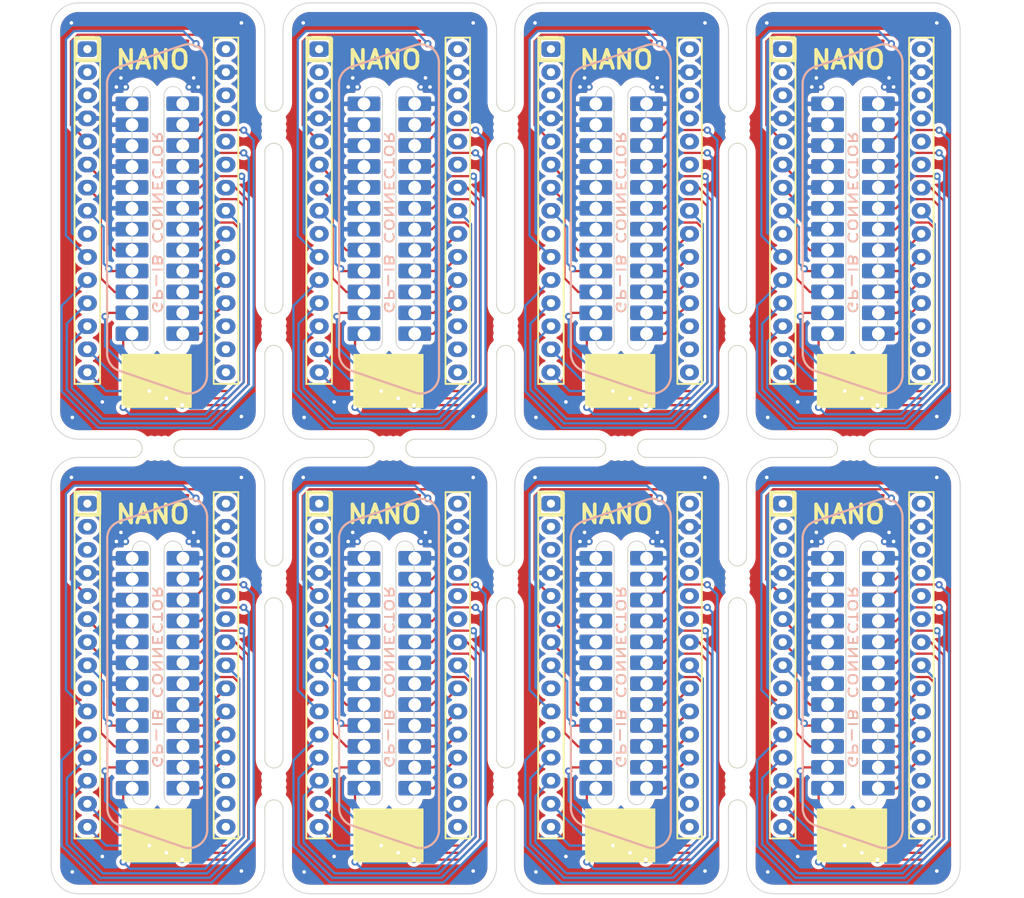
<source format=kicad_pcb>
(kicad_pcb (version 20211014) (generator pcbnew)
  (layers (0 "F.Cu" signal) (31 "B.Cu" signal) (34 "B.Paste" user) (35 "F.Paste" user) (36 "B.SilkS" user "B.Silkscreen") (37 "F.SilkS" user "F.Silkscreen") (38 "B.Mask" user) (39 "F.Mask" user) (44 "Edge.Cuts" user))
  (net 0 "")
  (net 1 "Net-(A1-Pad1)")
  (net 2 "Net-(A1-Pad17)")
  (net 3 "Net-(A1-Pad2)")
  (net 4 "Net-(A1-Pad18)")
  (net 5 "Net-(A1-Pad3)")
  (net 6 "/A0-DIO1")
  (net 7 "GND")
  (net 8 "/A1-DIO2")
  (net 9 "/D2-SRQ")
  (net 10 "/A2-DIO3")
  (net 11 "/D3-REN")
  (net 12 "/A3-DIO4")
  (net 13 "/D4-DIO7")
  (net 14 "/A4-DIO5")
  (net 15 "/D5-DIO8")
  (net 16 "/A5-DIO6")
  (net 17 "Net-(A1-Pad9)")
  (net 18 "Net-(A1-Pad25)")
  (net 19 "/D7-ATN")
  (net 20 "Net-(A1-Pad26)")
  (net 21 "/D8-IFC")
  (net 22 "Net-(A1-Pad27)")
  (net 23 "/D9-NDAC")
  (net 24 "Net-(A1-Pad28)")
  (net 25 "/D10-NRFD")
  (net 26 "/D11-DAV")
  (net 27 "Net-(A1-Pad30)")
  (net 28 "/D12-EOI")
  (net 29 "Net-(A1-Pad16)")
  (footprint "Arduino_GPIB_Adapter:mouse-bite" (layer "F.Cu") (at 141.92 119.095 90)
    (fp_text reference "mouse-bite-2mm-slot11" hide)
    (fp_text value "VAL**" hide)
  )
  (footprint "Arduino_GPIB_Adapter:Centronics_24Pin_Castelated" (layer "F.Cu") (at 154.595 78.41 -90)
    (fp_text reference "P5" hide)
    (fp_text value "GPIB")
    (fp_line (start -13.55 2.75) (end 13.45 2.75) (layer "Edge.Cuts") (width 0.1))
    (fp_line (start -13.55 -2.75) (end 13.45 -2.75) (layer "Edge.Cuts") (width 0.1))
    (fp_line (start 13.45 -0.75) (end -13.55 -0.75) (layer "Edge.Cuts") (width 0.1))
    (fp_line (start 13.45 0.75) (end -13.55 0.75) (layer "Edge.Cuts") (width 0.1))
    (fp_arc (start 13.45 -2.75) (mid 14.45 -1.75) (end 13.45 -0.75) (layer "Edge.Cuts") (width 0.1))
    (fp_arc (start -13.55 -0.75) (mid -14.55 -1.75) (end -13.55 -2.75) (layer "Edge.Cuts") (width 0.1))
    (fp_arc (start 13.45 0.75) (mid 14.45 1.75) (end 13.45 2.75) (layer "Edge.Cuts") (width 0.1))
    (fp_arc (start -13.55 2.75) (mid -14.55 1.75) (end -13.55 0.75) (layer "Edge.Cuts") (width 0.1))
  )
  (footprint "Arduino_GPIB_Adapter:mouse-bite" (layer "F.Cu") (at 141.92 141.33 90)
    (fp_text reference "mouse-bite-2mm-slot10" hide)
    (fp_text value "VAL**" hide)
  )
  (footprint "Module:Arduino_Nano" (layer "F.Cu") (at 172.400001 109.745001)
    (fp_text reference "A6" hide)
    (fp_text value "Arduino_Nano_v3.x")
  )
  (footprint "Arduino_GPIB_Adapter:Centronics_24Pin_Castelated" (layer "F.Cu") (at 129.095 128.41 -90)
    (fp_text reference "P2" hide)
    (fp_text value "GPIB")
    (fp_line (start -13.55 2.75) (end 13.45 2.75) (layer "Edge.Cuts") (width 0.1))
    (fp_line (start 13.45 0.75) (end -13.55 0.75) (layer "Edge.Cuts") (width 0.1))
    (fp_line (start 13.45 -0.75) (end -13.55 -0.75) (layer "Edge.Cuts") (width 0.1))
    (fp_line (start -13.55 -2.75) (end 13.45 -2.75) (layer "Edge.Cuts") (width 0.1))
    (fp_arc (start -13.55 -0.75) (mid -14.55 -1.75) (end -13.55 -2.75) (layer "Edge.Cuts") (width 0.1))
    (fp_arc (start 13.45 -2.75) (mid 14.45 -1.75) (end 13.45 -0.75) (layer "Edge.Cuts") (width 0.1))
    (fp_arc (start -13.55 2.75) (mid -14.55 1.75) (end -13.55 0.75) (layer "Edge.Cuts") (width 0.1))
    (fp_arc (start 13.45 0.75) (mid 14.45 1.75) (end 13.45 2.75) (layer "Edge.Cuts") (width 0.1))
  )
  (footprint "Module:Arduino_Nano" (layer "F.Cu") (at 121.400001 59.745001)
    (fp_text reference "A3" hide)
    (fp_text value "Arduino_Nano_v3.x")
  )
  (footprint "Arduino_GPIB_Adapter:Centronics_24Pin_Castelated" (layer "F.Cu") (at 103.5725 78.41 -90)
    (fp_text reference "P1" hide)
    (fp_text value "GPIB")
    (fp_line (start 13.45 0.75) (end -13.55 0.75) (layer "Edge.Cuts") (width 0.1))
    (fp_line (start -13.55 -2.75) (end 13.45 -2.75) (layer "Edge.Cuts") (width 0.1))
    (fp_line (start 13.45 -0.75) (end -13.55 -0.75) (layer "Edge.Cuts") (width 0.1))
    (fp_line (start -13.55 2.75) (end 13.45 2.75) (layer "Edge.Cuts") (width 0.1))
    (fp_arc (start -13.55 -0.75) (mid -14.55 -1.75) (end -13.55 -2.75) (layer "Edge.Cuts") (width 0.1))
    (fp_arc (start 13.45 0.75) (mid 14.45 1.75) (end 13.45 2.75) (layer "Edge.Cuts") (width 0.1))
    (fp_arc (start 13.45 -2.75) (mid 14.45 -1.75) (end 13.45 -0.75) (layer "Edge.Cuts") (width 0.1))
    (fp_arc (start -13.55 2.75) (mid -14.55 1.75) (end -13.55 0.75) (layer "Edge.Cuts") (width 0.1))
  )
  (footprint "Arduino_GPIB_Adapter:mouse-bite" (layer "F.Cu") (at 141.92 69.095 90)
    (fp_text reference "mouse-bite-2mm-slot5" hide)
    (fp_text value "VAL**" hide)
  )
  (footprint "Arduino_GPIB_Adapter:mouse-bite" (layer "F.Cu") (at 128.43 103.66)
    (fp_text reference "mouse-bite-2mm-slot1" hide)
    (fp_text value "VAL**" hide)
  )
  (footprint "Arduino_GPIB_Adapter:mouse-bite" (layer "F.Cu") (at 116.42 91.33 90)
    (fp_text reference "mouse-bite-2mm-slot" hide)
    (fp_text value "VAL**" hide)
  )
  (footprint "Arduino_GPIB_Adapter:mouse-bite" (layer "F.Cu") (at 102.93 103.66)
    (fp_text reference "mouse-bite-2mm-slot" hide)
    (fp_text value "VAL**" hide)
  )
  (footprint "Arduino_GPIB_Adapter:mouse-bite" (layer "F.Cu") (at 116.42 69.095 90)
    (fp_text reference "mouse-bite-2mm-slot" hide)
    (fp_text value "VAL**" hide)
  )
  (footprint "Module:Arduino_Nano" (layer "F.Cu") (at 95.900001 109.745001)
    (fp_text reference "A1" hide)
    (fp_text value "Arduino_Nano_v3.x")
  )
  (footprint "Arduino_GPIB_Adapter:mouse-bite" (layer "F.Cu") (at 167.42 69.095 90)
    (fp_text reference "mouse-bite-2mm-slot7" hide)
    (fp_text value "VAL**" hide)
  )
  (footprint "Arduino_GPIB_Adapter:mouse-bite" (layer "F.Cu") (at 167.42 91.33 90)
    (fp_text reference "mouse-bite-2mm-slot6" hide)
    (fp_text value "VAL**" hide)
  )
  (footprint "Arduino_GPIB_Adapter:Centronics_24Pin_Castelated" (layer "F.Cu") (at 129.095 78.41 -90)
    (fp_text reference "P3" hide)
    (fp_text value "GPIB")
    (fp_line (start -13.55 -2.75) (end 13.45 -2.75) (layer "Edge.Cuts") (width 0.1))
    (fp_line (start -13.55 2.75) (end 13.45 2.75) (layer "Edge.Cuts") (width 0.1))
    (fp_line (start 13.45 0.75) (end -13.55 0.75) (layer "Edge.Cuts") (width 0.1))
    (fp_line (start 13.45 -0.75) (end -13.55 -0.75) (layer "Edge.Cuts") (width 0.1))
    (fp_arc (start -13.55 -0.75) (mid -14.55 -1.75) (end -13.55 -2.75) (layer "Edge.Cuts") (width 0.1))
    (fp_arc (start 13.45 0.75) (mid 14.45 1.75) (end 13.45 2.75) (layer "Edge.Cuts") (width 0.1))
    (fp_arc (start -13.55 2.75) (mid -14.55 1.75) (end -13.55 0.75) (layer "Edge.Cuts") (width 0.1))
    (fp_arc (start 13.45 -2.75) (mid 14.45 -1.75) (end 13.45 -0.75) (layer "Edge.Cuts") (width 0.1))
  )
  (footprint "Arduino_GPIB_Adapter:mouse-bite" (layer "F.Cu") (at 179.43 103.66)
    (fp_text reference "mouse-bite-2mm-slot3" hide)
    (fp_text value "VAL**" hide)
  )
  (footprint "Arduino_GPIB_Adapter:Centronics_24Pin_Castelated" (layer "F.Cu") (at 180.095 78.41 -90)
    (fp_text reference "P7" hide)
    (fp_text value "GPIB")
    (fp_line (start -13.55 -2.75) (end 13.45 -2.75) (layer "Edge.Cuts") (width 0.1))
    (fp_line (start 13.45 0.75) (end -13.55 0.75) (layer "Edge.Cuts") (width 0.1))
    (fp_line (start -13.55 2.75) (end 13.45 2.75) (layer "Edge.Cuts") (width 0.1))
    (fp_line (start 13.45 -0.75) (end -13.55 -0.75) (layer "Edge.Cuts") (width 0.1))
    (fp_arc (start -13.55 2.75) (mid -14.55 1.75) (end -13.55 0.75) (layer "Edge.Cuts") (width 0.1))
    (fp_arc (start 13.45 0.75) (mid 14.45 1.75) (end 13.45 2.75) (layer "Edge.Cuts") (width 0.1))
    (fp_arc (start 13.45 -2.75) (mid 14.45 -1.75) (end 13.45 -0.75) (layer "Edge.Cuts") (width 0.1))
    (fp_arc (start -13.55 -0.75) (mid -14.55 -1.75) (end -13.55 -2.75) (layer "Edge.Cuts") (width 0.1))
  )
  (footprint "Arduino_GPIB_Adapter:mouse-bite" (layer "F.Cu") (at 141.92 91.33 90)
    (fp_text reference "mouse-bite-2mm-slot4" hide)
    (fp_text value "VAL**" hide)
  )
  (footprint "Arduino_GPIB_Adapter:mouse-bite" (layer "F.Cu") (at 153.93 103.66)
    (fp_text reference "mouse-bite-2mm-slot2" hide)
    (fp_text value "VAL**" hide)
  )
  (footprint "Module:Arduino_Nano" (layer "F.Cu") (at 146.900001 59.745001)
    (fp_text reference "A5" hide)
    (fp_text value "Arduino_Nano_v3.x")
  )
  (footprint "Arduino_GPIB_Adapter:mouse-bite" (layer "F.Cu") (at 116.42 141.33 90)
    (fp_text reference "mouse-bite-2mm-slot8" hide)
    (fp_text value "VAL**" hide)
  )
  (footprint "Arduino_GPIB_Adapter:mouse-bite" (layer "F.Cu") (at 167.42 141.33 90)
    (fp_text reference "mouse-bite-2mm-slot12" hide)
    (fp_text value "VAL**" hide)
  )
  (footprint "Arduino_GPIB_Adapter:Centronics_24Pin_Castelated" (layer "F.Cu") (at 180.095 128.41 -90)
    (fp_text reference "P6" hide)
    (fp_text value "GPIB")
    (fp_line (start 13.45 0.75) (end -13.55 0.75) (layer "Edge.Cuts") (width 0.1))
    (fp_line (start -13.55 -2.75) (end 13.45 -2.75) (layer "Edge.Cuts") (width 0.1))
    (fp_line (start -13.55 2.75) (end 13.45 2.75) (layer "Edge.Cuts") (width 0.1))
    (fp_line (start 13.45 -0.75) (end -13.55 -0.75) (layer "Edge.Cuts") (width 0.1))
    (fp_arc (start 13.45 -2.75) (mid 14.45 -1.75) (end 13.45 -0.75) (layer "Edge.Cuts") (width 0.1))
    (fp_arc (start 13.45 0.75) (mid 14.45 1.75) (end 13.45 2.75) (layer "Edge.Cuts") (width 0.1))
    (fp_arc (start -13.55 -0.75) (mid -14.55 -1.75) (end -13.55 -2.75) (layer "Edge.Cuts") (width 0.1))
    (fp_arc (start -13.55 2.75) (mid -14.55 1.75) (end -13.55 0.75) (layer "Edge.Cuts") (width 0.1))
  )
  (footprint "Module:Arduino_Nano" (layer "F.Cu") (at 172.400001 59.745001)
    (fp_text reference "A7" hide)
    (fp_text value "Arduino_Nano_v3.x")
  )
  (footprint "Module:Arduino_Nano" (layer "F.Cu") (at 146.900001 109.745001)
    (fp_text reference "A4" hide)
    (fp_text value "Arduino_Nano_v3.x")
  )
  (footprint "Arduino_GPIB_Adapter:Centronics_24Pin_Castelated" (layer "F.Cu") (at 103.595 128.41 -90)
    (fp_text reference "P1" hide)
    (fp_text value "GPIB")
    (fp_line (start -13.55 -2.75) (end 13.45 -2.75) (layer "Edge.Cuts") (width 0.1))
    (fp_line (start 13.45 -0.75) (end -13.55 -0.75) (layer "Edge.Cuts") (width 0.1))
    (fp_line (start -13.55 2.75) (end 13.45 2.75) (layer "Edge.Cuts") (width 0.1))
    (fp_line (start 13.45 0.75) (end -13.55 0.75) (layer "Edge.Cuts") (width 0.1))
    (fp_arc (start -13.55 -0.75) (mid -14.55 -1.75) (end -13.55 -2.75) (layer "Edge.Cuts") (width 0.1))
    (fp_arc (start -13.55 2.75) (mid -14.55 1.75) (end -13.55 0.75) (layer "Edge.Cuts") (width 0.1))
    (fp_arc (start 13.45 -2.75) (mid 14.45 -1.75) (end 13.45 -0.75) (layer "Edge.Cuts") (width 0.1))
    (fp_arc (start 13.45 0.75) (mid 14.45 1.75) (end 13.45 2.75) (layer "Edge.Cuts") (width 0.1))
  )
  (footprint "Arduino_GPIB_Adapter:mouse-bite" (layer "F.Cu") (at 167.42 119.095 90)
    (fp_text reference "mouse-bite-2mm-slot13" hide)
    (fp_text value "VAL**" hide)
  )
  (footprint "Arduino_GPIB_Adapter:mouse-bite" (layer "F.Cu") (at 116.42 119.095 90)
    (fp_text reference "mouse-bite-2mm-slot9" hide)
    (fp_text value "VAL**" hide)
  )
  (footprint "Module:Arduino_Nano" (layer "F.Cu") (at 121.400001 109.745001)
    (fp_text reference "A2" hide)
    (fp_text value "Arduino_Nano_v3.x")
  )
  (footprint "Module:Arduino_Nano" (layer "F.Cu") (at 95.900001 59.745001)
    (fp_text reference "A1" hide)
    (fp_text value "Arduino_Nano_v3.x")
  )
  (footprint "Arduino_GPIB_Adapter:Centronics_24Pin_Castelated" (layer "F.Cu") (at 154.595 128.41 -90)
    (fp_text reference "P4" hide)
    (fp_text value "GPIB")
    (fp_line (start 13.45 0.75) (end -13.55 0.75) (layer "Edge.Cuts") (width 0.1))
    (fp_line (start -13.55 2.75) (end 13.45 2.75) (layer "Edge.Cuts") (width 0.1))
    (fp_line (start -13.55 -2.75) (end 13.45 -2.75) (layer "Edge.Cuts") (width 0.1))
    (fp_line (start 13.45 -0.75) (end -13.55 -0.75) (layer "Edge.Cuts") (width 0.1))
    (fp_arc (start -13.55 2.75) (mid -14.55 1.75) (end -13.55 0.75) (layer "Edge.Cuts") (width 0.1))
    (fp_arc (start -13.55 -0.75) (mid -14.55 -1.75) (end -13.55 -2.75) (layer "Edge.Cuts") (width 0.1))
    (fp_arc (start 13.45 -2.75) (mid 14.45 -1.75) (end 13.45 -0.75) (layer "Edge.Cuts") (width 0.1))
    (fp_arc (start 13.45 0.75) (mid 14.45 1.75) (end 13.45 2.75) (layer "Edge.Cuts") (width 0.1))
  )
  (gr_rect (start 145.620001 108.525001) (end 148.145 110.98) (layer "F.SilkS") (width 0.4) (fill none))
  (gr_rect (start 145.620001 58.525001) (end 148.145 60.98) (layer "F.SilkS") (width 0.4) (fill none))
  (gr_rect (start 120.120001 58.525001) (end 122.645 60.98) (layer "F.SilkS") (width 0.4) (fill none))
  (gr_rect (start 94.620001 58.525001) (end 97.145 60.98) (layer "F.SilkS") (width 0.4) (fill none))
  (gr_rect (start 171.120001 58.525001) (end 173.645 60.98) (layer "F.SilkS") (width 0.4) (fill none))
  (gr_rect (start 171.120001 108.525001) (end 173.645 110.98) (layer "F.SilkS") (width 0.4) (fill none))
  (gr_rect (start 120.120001 108.525001) (end 122.645 110.98) (layer "F.SilkS") (width 0.4) (fill none))
  (gr_rect (start 94.620001 108.525001) (end 97.145 110.98) (layer "F.SilkS") (width 0.4) (fill none))
  (gr_line (start 115.42 115.59) (end 115.42 107.66) (layer "Edge.Cuts") (width 0.1))
  (gr_arc (start 142.92 65.59) (mid 141.92 66.59) (end 140.92 65.59) (layer "Edge.Cuts") (width 0.1))
  (gr_arc (start 168.42 137.825) (mid 167.42 138.825) (end 166.42 137.825) (layer "Edge.Cuts") (width 0.1))
  (gr_line (start 168.42 121.1) (end 168.42 137.825) (layer "Edge.Cuts") (width 0.1))
  (gr_arc (start 117.42 115.59) (mid 116.42 116.59) (end 115.42 115.59) (layer "Edge.Cuts") (width 0.1))
  (gr_line (start 94.92 152.66) (end 112.42 152.66) (layer "Edge.Cuts") (width 0.1))
  (gr_arc (start 117.42 57.66) (mid 118.29868 55.53868) (end 120.42 54.66) (layer "Edge.Cuts") (width 0.1))
  (gr_arc (start 140.92 71.1) (mid 141.92 70.1) (end 142.92 71.1) (layer "Edge.Cuts") (width 0.1))
  (gr_line (start 137.92 104.66) (end 131.935 104.66) (layer "Edge.Cuts") (width 0.1))
  (gr_line (start 188.92 104.66) (end 182.935 104.66) (layer "Edge.Cuts") (width 0.1))
  (gr_line (start 126.425 104.66) (end 120.42 104.66) (layer "Edge.Cuts") (width 0.1))
  (gr_arc (start 142.92 137.825) (mid 141.92 138.825) (end 140.92 137.825) (layer "Edge.Cuts") (width 0.1))
  (gr_line (start 171.42 152.66) (end 188.92 152.66) (layer "Edge.Cuts") (width 0.1))
  (gr_arc (start 142.92 115.59) (mid 141.92 116.59) (end 140.92 115.59) (layer "Edge.Cuts") (width 0.1))
  (gr_line (start 91.92 107.66) (end 91.92 149.66) (layer "Edge.Cuts") (width 0.1))
  (gr_line (start 131.935 102.66) (end 137.92 102.66) (layer "Edge.Cuts") (width 0.1))
  (gr_line (start 188.92 54.66) (end 171.42 54.66) (layer "Edge.Cuts") (width 0.1))
  (gr_line (start 112.42 104.66) (end 106.435 104.66) (layer "Edge.Cuts") (width 0.1))
  (gr_line (start 168.42 57.66) (end 168.42 65.59) (layer "Edge.Cuts") (width 0.1))
  (gr_arc (start 115.42 149.66) (mid 114.54132 151.78132) (end 112.42 152.66) (layer "Edge.Cuts") (width 0.1))
  (gr_line (start 191.92 99.66) (end 191.92 57.66) (layer "Edge.Cuts") (width 0.1))
  (gr_arc (start 182.935 104.66) (mid 181.935 103.66) (end 182.935 102.66) (layer "Edge.Cuts") (width 0.1))
  (gr_arc (start 115.42 71.1) (mid 116.42 70.1) (end 117.42 71.1) (layer "Edge.Cuts") (width 0.1))
  (gr_arc (start 168.42 107.66) (mid 169.29868 105.53868) (end 171.42 104.66) (layer "Edge.Cuts") (width 0.1))
  (gr_arc (start 126.425 102.66) (mid 127.425 103.66) (end 126.425 104.66) (layer "Edge.Cuts") (width 0.1))
  (gr_arc (start 112.42 54.66) (mid 114.54132 55.53868) (end 115.42 57.66) (layer "Edge.Cuts") (width 0.1))
  (gr_line (start 117.42 93.335) (end 117.42 99.66) (layer "Edge.Cuts") (width 0.1))
  (gr_arc (start 140.92 149.66) (mid 140.04132 151.78132) (end 137.92 152.66) (layer "Edge.Cuts") (width 0.1))
  (gr_arc (start 137.92 104.66) (mid 140.04132 105.53868) (end 140.92 107.66) (layer "Edge.Cuts") (width 0.1))
  (gr_arc (start 100.925 102.66) (mid 101.925 103.66) (end 100.925 104.66) (layer "Edge.Cuts") (width 0.1))
  (gr_line (start 142.92 143.335) (end 142.92 149.66) (layer "Edge.Cuts") (width 0.1))
  (gr_arc (start 117.42 137.825) (mid 116.42 138.825) (end 115.42 137.825) (layer "Edge.Cuts") (width 0.1))
  (gr_arc (start 142.92 87.825) (mid 141.92 88.825) (end 140.92 87.825) (layer "Edge.Cuts") (width 0.1))
  (gr_arc (start 91.92 107.66) (mid 92.79868 105.53868) (end 94.92 104.66) (layer "Edge.Cuts") (width 0.1))
  (gr_line (start 94.92 102.66) (end 100.925 102.66) (layer "Edge.Cuts") (width 0.1))
  (gr_arc (start 117.42 107.66) (mid 118.29868 105.53868) (end 120.42 104.66) (layer "Edge.Cuts") (width 0.1))
  (gr_arc (start 163.42 54.66) (mid 165.54132 55.53868) (end 166.42 57.66) (layer "Edge.Cuts") (width 0.1))
  (gr_arc (start 115.42 99.66) (mid 114.54132 101.78132) (end 112.42 102.66) (layer "Edge.Cuts") (width 0.1))
  (gr_line (start 117.42 107.66) (end 117.42 115.59) (layer "Edge.Cuts") (width 0.1))
  (gr_arc (start 145.92 152.66) (mid 143.79868 151.78132) (end 142.92 149.66) (layer "Edge.Cuts") (width 0.1))
  (gr_arc (start 112.42 104.66) (mid 114.54132 105.53868) (end 115.42 107.66) (layer "Edge.Cuts") (width 0.1))
  (gr_line (start 115.42 87.825) (end 115.42 71.1) (layer "Edge.Cuts") (width 0.1))
  (gr_arc (start 140.92 121.1) (mid 141.92 120.1) (end 142.92 121.1) (layer "Edge.Cuts") (width 0.1))
  (gr_line (start 171.42 102.66) (end 177.425 102.66) (layer "Edge.Cuts") (width 0.1))
  (gr_arc (start 188.92 104.66) (mid 191.04132 105.53868) (end 191.92 107.66) (layer "Edge.Cuts") (width 0.1))
  (gr_arc (start 94.92 102.66) (mid 92.79868 101.78132) (end 91.92 99.66) (layer "Edge.Cuts") (width 0.1))
  (gr_line (start 140.92 65.59) (end 140.92 57.66) (layer "Edge.Cuts") (width 0.1))
  (gr_arc (start 117.42 87.825) (mid 116.42 88.825) (end 115.42 87.825) (layer "Edge.Cuts") (width 0.1))
  (gr_arc (start 115.42 93.335) (mid 116.42 92.335) (end 117.42 93.335) (layer "Edge.Cuts") (width 0.1))
  (gr_line (start 140.92 137.825) (end 140.92 121.1) (layer "Edge.Cuts") (width 0.1))
  (gr_arc (start 115.42 143.335) (mid 116.42 142.335) (end 117.42 143.335) (layer "Edge.Cuts") (width 0.1))
  (gr_line (start 140.92 115.59) (end 140.92 107.66) (layer "Edge.Cuts") (width 0.1))
  (gr_line (start 120.42 152.66) (end 137.92 152.66) (layer "Edge.Cuts") (width 0.1))
  (gr_line (start 137.92 54.66) (end 120.42 54.66) (layer "Edge.Cuts") (width 0.1))
  (gr_arc (start 145.92 102.66) (mid 143.79868 101.78132) (end 142.92 99.66) (layer "Edge.Cuts") (width 0.1))
  (gr_arc (start 166.42 71.1) (mid 167.42 70.1) (end 168.42 71.1) (layer "Edge.Cuts") (width 0.1))
  (gr_arc (start 191.92 99.66) (mid 191.04132 101.78132) (end 188.92 102.66) (layer "Edge.Cuts") (width 0.1))
  (gr_arc (start 177.425 102.66) (mid 178.425 103.66) (end 177.425 104.66) (layer "Edge.Cuts") (width 0.1))
  (gr_line (start 142.92 71.1) (end 142.92 87.825) (layer "Edge.Cuts") (width 0.1))
  (gr_line (start 157.435 102.66) (end 163.42 102.66) (layer "Edge.Cuts") (width 0.1))
  (gr_line (start 166.42 137.825) (end 166.42 121.1) (layer "Edge.Cuts") (width 0.1))
  (gr_line (start 166.42 149.66) (end 166.42 143.335) (layer "Edge.Cuts") (width 0.1))
  (gr_line (start 115.42 137.825) (end 115.42 121.1) (layer "Edge.Cuts") (width 0.1))
  (gr_line (start 168.42 107.66) (end 168.42 115.59) (layer "Edge.Cuts") (width 0.1))
  (gr_arc (start 163.42 104.66) (mid 165.54132 105.53868) (end 166.42 107.66) (layer "Edge.Cuts") (width 0.1))
  (gr_line (start 115.42 149.66) (end 115.42 143.335) (layer "Edge.Cuts") (width 0.1))
  (gr_arc (start 168.42 65.59) (mid 167.42 66.59) (end 166.42 65.59) (layer "Edge.Cuts") (width 0.1))
  (gr_arc (start 151.925 102.66) (mid 152.925 103.66) (end 151.925 104.66) (layer "Edge.Cuts") (width 0.1))
  (gr_line (start 151.925 104.66) (end 145.92 104.66) (layer "Edge.Cuts") (width 0.1))
  (gr_arc (start 106.435 104.66) (mid 105.435 103.66) (end 106.435 102.66) (layer "Edge.Cuts") (width 0.1))
  (gr_arc (start 171.42 102.66) (mid 169.29868 101.78132) (end 168.42 99.66) (layer "Edge.Cuts") (width 0.1))
  (gr_line (start 140.92 149.66) (end 140.92 143.335) (layer "Edge.Cuts") (width 0.1))
  (gr_arc (start 94.92 152.66) (mid 92.79868 151.78132) (end 91.92 149.66) (layer "Edge.Cuts") (width 0.1))
  (gr_line (start 168.42 71.1) (end 168.42 87.825) (layer "Edge.Cuts") (width 0.1))
  (gr_line (start 145.92 152.66) (end 163.42 152.66) (layer "Edge.Cuts") (width 0.1))
  (gr_arc (start 166.42 121.1) (mid 167.42 120.1) (end 168.42 121.1) (layer "Edge.Cuts") (width 0.1))
  (gr_arc (start 188.92 54.66) (mid 191.04132 55.53868) (end 191.92 57.66) (layer "Edge.Cuts") (width 0.1))
  (gr_line (start 142.92 107.66) (end 142.92 115.59) (layer "Edge.Cuts") (width 0.1))
  (gr_line (start 112.42 54.66) (end 94.92 54.66) (layer "Edge.Cuts") (width 0.1))
  (gr_line (start 120.42 102.66) (end 126.425 102.66) (layer "Edge.Cuts") (width 0.1))
  (gr_line (start 117.42 71.1) (end 117.42 87.825) (layer "Edge.Cuts") (width 0.1))
  (gr_line (start 168.42 143.335) (end 168.42 149.66) (layer "Edge.Cuts") (width 0.1))
  (gr_arc (start 115.42 121.1) (mid 116.42 120.1) (end 117.42 121.1) (layer "Edge.Cuts") (width 0.1))
  (gr_line (start 140.92 99.66) (end 140.92 93.335) (layer "Edge.Cuts") (width 0.1))
  (gr_line (start 142.92 57.66) (end 142.92 65.59) (layer "Edge.Cuts") (width 0.1))
  (gr_arc (start 137.92 54.66) (mid 140.04132 55.53868) (end 140.92 57.66) (layer "Edge.Cuts") (width 0.1))
  (gr_line (start 140.92 87.825) (end 140.92 71.1) (layer "Edge.Cuts") (width 0.1))
  (gr_line (start 168.42 93.335) (end 168.42 99.66) (layer "Edge.Cuts") (width 0.1))
  (gr_line (start 166.42 115.59) (end 166.42 107.66) (layer "Edge.Cuts") (width 0.1))
  (gr_arc (start 140.92 143.335) (mid 141.92 142.335) (end 142.92 143.335) (layer "Edge.Cuts") (width 0.1))
  (gr_line (start 177.425 104.66) (end 171.42 104.66) (layer "Edge.Cuts") (width 0.1))
  (gr_line (start 117.42 57.66) (end 117.42 65.59) (layer "Edge.Cuts") (width 0.1))
  (gr_line (start 115.42 65.59) (end 115.42 57.66) (layer "Edge.Cuts") (width 0.1))
  (gr_line (start 145.92 102.66) (end 151.925 102.66) (layer "Edge.Cuts") (width 0.1))
  (gr_arc (start 120.42 102.66) (mid 118.29868 101.78132) (end 117.42 99.66) (layer "Edge.Cuts") (width 0.1))
  (gr_arc (start 166.42 143.335) (mid 167.42 142.335) (end 168.42 143.335) (layer "Edge.Cuts") (width 0.1))
  (gr_line (start 163.42 104.66) (end 157.435 104.66) (layer "Edge.Cuts") (width 0.1))
  (gr_line (start 117.42 121.1) (end 117.42 137.825) (layer "Edge.Cuts") (width 0.1))
  (gr_arc (start 120.42 152.66) (mid 118.29868 151.78132) (end 117.42 149.66) (layer "Edge.Cuts") (width 0.1))
  (gr_arc (start 157.435 104.66) (mid 156.435 103.66) (end 157.435 102.66) (layer "Edge.Cuts") (width 0.1))
  (gr_line (start 191.92 149.66) (end 191.92 107.66) (layer "Edge.Cuts") (width 0.1))
  (gr_line (start 182.935 102.66) (end 188.92 102.66) (layer "Edge.Cuts") (width 0.1))
  (gr_arc (start 166.42 99.66) (mid 165.54132 101.78132) (end 163.42 102.66) (layer "Edge.Cuts") (width 0.1))
  (gr_line (start 106.435 102.66) (end 112.42 102.66) (layer "Edge.Cuts") (width 0.1))
  (gr_arc (start 166.42 149.66) (mid 165.54132 151.78132) (end 163.42 152.66) (layer "Edge.Cuts") (width 0.1))
  (gr_arc (start 168.42 57.66) (mid 169.29868 55.53868) (end 171.42 54.66) (layer "Edge.Cuts") (width 0.1))
  (gr_line (start 100.925 104.66) (end 94.92 104.66) (layer "Edge.Cuts") (width 0.1))
  (gr_line (start 166.42 87.825) (end 166.42 71.1) (layer "Edge.Cuts") (width 0.1))
  (gr_arc (start 117.42 65.59) (mid 116.42 66.59) (end 115.42 65.59) (layer "Edge.Cuts") (width 0.1))
  (gr_arc (start 91.92 57.66) (mid 92.79868 55.53868) (end 94.92 54.66) (layer "Edge.Cuts") (width 0.1))
  (gr_arc (start 166.42 93.335) (mid 167.42 92.335) (end 168.42 93.335) (layer "Edge.Cuts") (width 0.1))
  (gr_arc (start 131.935 104.66) (mid 130.935 103.66) (end 131.935 102.66) (layer "Edge.Cuts") (width 0.1))
  (gr_line (start 142.92 93.335) (end 142.92 99.66) (layer "Edge.Cuts") (width 0.1))
  (gr_line (start 166.42 99.66) (end 166.42 93.335) (layer "Edge.Cuts") (width 0.1))
  (gr_line (start 142.92 121.1) (end 142.92 137.825) (layer "Edge.Cuts") (width 0.1))
  (gr_line (start 91.92 57.66) (end 91.92 99.66) (layer "Edge.Cuts") (width 0.1))
  (gr_arc (start 142.92 57.66) (mid 143.79868 55.53868) (end 145.92 54.66) (layer "Edge.Cuts") (width 0.1))
  (gr_arc (start 171.42 152.66) (mid 169.29868 151.78132) (end 168.42 149.66) (layer "Edge.Cuts") (width 0.1))
  (gr_line (start 115.42 99.66) (end 115.42 93.335) (layer "Edge.Cuts") (width 0.1))
  (gr_line (start 117.42 143.335) (end 117.42 149.66) (layer "Edge.Cuts") (width 0.1))
  (gr_arc (start 191.92 149.66) (mid 191.04132 151.78132) (end 188.92 152.66) (layer "Edge.Cuts") (width 0.1))
  (gr_arc (start 168.42 115.59) (mid 167.42 116.59) (end 166.42 115.59) (layer "Edge.Cuts") (width 0.1))
  (gr_line (start 166.42 65.59) (end 166.42 57.66) (layer "Edge.Cuts") (width 0.1))
  (gr_arc (start 168.42 87.825) (mid 167.42 88.825) (end 166.42 87.825) (layer "Edge.Cuts") (width 0.1))
  (gr_arc (start 142.92 107.66) (mid 143.79868 105.53868) (end 145.92 104.66) (layer "Edge.Cuts") (width 0.1))
  (gr_arc (start 140.92 99.66) (mid 140.04132 101.78132) (end 137.92 102.66) (layer "Edge.Cuts") (width 0.1))
  (gr_arc (start 140.92 93.335) (mid 141.92 92.335) (end 142.92 93.335) (layer "Edge.Cuts") (width 0.1))
  (gr_line (start 163.42 54.66) (end 145.92 54.66) (layer "Edge.Cuts") (width 0.1))
  (gr_text "GP-IB CONNECTOR" (at 129.065 78.83 270) (layer "B.SilkS") (effects (font (size 1 1.4) (thickness 0.2)) (justify mirror)))
  (gr_text "GP-IB CONNECTOR" (at 103.565 78.83 270) (layer "B.SilkS") (effects (font (size 1 1.4) (thickness 0.2)) (justify mirror)))
  (gr_text "GP-IB CONNECTOR" (at 103.565 128.83 270) (layer "B.SilkS") (effects (font (size 1 1.4) (thickness 0.2)) (justify mirror)))
  (gr_text "GP-IB CONNECTOR" (at 129.065 128.83 270) (layer "B.SilkS") (effects (font (size 1 1.4) (thickness 0.2)) (justify mirror)))
  (gr_text "GP-IB CONNECTOR" (at 180.065 128.83 270) (layer "B.SilkS") (effects (font (size 1 1.4) (thickness 0.2)) (justify mirror)))
  (gr_text "GP-IB CONNECTOR" (at 154.565 128.83 270) (layer "B.SilkS") (effects (font (size 1 1.4) (thickness 0.2)) (justify mirror)))
  (gr_text "GP-IB CONNECTOR" (at 180.065 78.83 270) (layer "B.SilkS") (effects (font (size 1 1.4) (thickness 0.2)) (justify mirror)))
  (gr_text "GP-IB CONNECTOR" (at 154.565 78.83 270) (layer "B.SilkS") (effects (font (size 1 1.4) (thickness 0.2)) (justify mirror)))
  (gr_text "NANO" (at 103.095 110.91) (layer "F.SilkS") (effects (font (size 2 2) (thickness 0.4))))
  (gr_text "NANO" (at 179.595 60.91) (layer "F.SilkS") (effects (font (size 2 2) (thickness 0.4))))
  (gr_text "NANO" (at 128.595 110.91) (layer "F.SilkS") (effects (font (size 2 2) (thickness 0.4))))
  (gr_text "NANO" (at 103.095 60.91) (layer "F.SilkS") (effects (font (size 2 2) (thickness 0.4))))
  (gr_text "NANO" (at 154.095 110.91) (layer "F.SilkS") (effects (font (size 2 2) (thickness 0.4))))
  (gr_text "NANO" (at 128.595 60.91) (layer "F.SilkS") (effects (font (size 2 2) (thickness 0.4))))
  (gr_text "NANO" (at 179.595 110.91) (layer "F.SilkS") (effects (font (size 2 2) (thickness 0.4))))
  (gr_text "NANO" (at 154.095 60.91) (layer "F.SilkS") (effects (font (size 2 2) (thickness 0.4))))
  (segment (start 185.845 140.16) (end 185.845 139.480002) (width 0.25) (layer "F.Cu") (net 6))
  (segment (start 107.345 91.06) (end 108.445 91.06) (width 0.25) (layer "F.Cu") (net 6))
  (segment (start 133.945 141.06) (end 134.845 140.16) (width 0.25) (layer "F.Cu") (net 6))
  (segment (start 107.345 141.06) (end 108.445 141.06) (width 0.25) (layer "F.Cu") (net 6))
  (segment (start 109.345 140.16) (end 109.345 139.480002) (width 0.25) (layer "F.Cu") (net 6))
  (segment (start 160.345 89.480002) (end 162.140001 87.685001) (width 0.25) (layer "F.Cu") (net 6))
  (segment (start 134.845 90.16) (end 134.845 89.480002) (width 0.25) (layer "F.Cu") (net 6))
  (segment (start 160.345 139.480002) (end 162.140001 137.685001) (width 0.25) (layer "F.Cu") (net 6))
  (segment (start 132.845 91.06) (end 133.945 91.06) (width 0.25) (layer "F.Cu") (net 6))
  (segment (start 134.845 140.16) (end 134.845 139.480002) (width 0.25) (layer "F.Cu") (net 6))
  (segment (start 108.445 91.06) (end 109.345 90.16) (width 0.25) (layer "F.Cu") (net 6))
  (segment (start 108.445 141.06) (end 109.345 140.16) (width 0.25) (layer "F.Cu") (net 6))
  (segment (start 185.845 139.480002) (end 187.640001 137.685001) (width 0.25) (layer "F.Cu") (net 6))
  (segment (start 160.345 140.16) (end 160.345 139.480002) (width 0.25) (layer "F.Cu") (net 6))
  (segment (start 158.345 91.06) (end 159.445 91.06) (width 0.25) (layer "F.Cu") (net 6))
  (segment (start 109.345 89.480002) (end 111.140001 87.685001) (width 0.25) (layer "F.Cu") (net 6))
  (segment (start 134.845 89.480002) (end 136.640001 87.685001) (width 0.25) (layer "F.Cu") (net 6))
  (segment (start 159.445 91.06) (end 160.345 90.16) (width 0.25) (layer "F.Cu") (net 6))
  (segment (start 183.845 91.06) (end 184.945 91.06) (width 0.25) (layer "F.Cu") (net 6))
  (segment (start 109.345 90.16) (end 109.345 89.480002) (width 0.25) (layer "F.Cu") (net 6))
  (segment (start 132.845 141.06) (end 133.945 141.06) (width 0.25) (layer "F.Cu") (net 6))
  (segment (start 185.845 90.16) (end 185.845 89.480002) (width 0.25) (layer "F.Cu") (net 6))
  (segment (start 184.945 91.06) (end 185.845 90.16) (width 0.25) (layer "F.Cu") (net 6))
  (segment (start 184.945 141.06) (end 185.845 140.16) (width 0.25) (layer "F.Cu") (net 6))
  (segment (start 185.845 89.480002) (end 187.640001 87.685001) (width 0.25) (layer "F.Cu") (net 6))
  (segment (start 158.345 141.06) (end 159.445 141.06) (width 0.25) (layer "F.Cu") (net 6))
  (segment (start 134.845 139.480002) (end 136.640001 137.685001) (width 0.25) (layer "F.Cu") (net 6))
  (segment (start 133.945 91.06) (end 134.845 90.16) (width 0.25) (layer "F.Cu") (net 6))
  (segment (start 160.345 90.16) (end 160.345 89.480002) (width 0.25) (layer "F.Cu") (net 6))
  (segment (start 183.845 141.06) (end 184.945 141.06) (width 0.25) (layer "F.Cu") (net 6))
  (segment (start 109.345 139.480002) (end 111.140001 137.685001) (width 0.25) (layer "F.Cu") (net 6))
  (segment (start 159.445 141.06) (end 160.345 140.16) (width 0.25) (layer "F.Cu") (net 6))
  (via (at 151.095 63.91) (size 0.8) (drill 0.4) (layers "F.Cu" "B.Cu") (net 7))
  (via (at 112.845 100.16) (size 0.8) (drill 0.4) (layers "F.Cu" "B.Cu") (net 7))
  (via (at 132.595 63.91) (size 0.8) (drill 0.4) (layers "F.Cu" "B.Cu") (net 7))
  (via (at 94.145 56.86) (size 0.8) (drill 0.4) (layers "F.Cu" "B.Cu") (net 7))
  (via (at 119.645 56.86) (size 0.8) (drill 0.4) (layers "F.Cu" "B.Cu") (net 7))
  (via (at 138.345 106.86) (size 0.8) (drill 0.4) (layers "F.Cu" "B.Cu") (net 7))
  (via (at 189.345 150.16) (size 0.8) (drill 0.4) (layers "F.Cu" "B.Cu") (net 7))
  (via (at 107.095 113.91) (size 0.8) (drill 0.4) (layers "F.Cu" "B.Cu") (net 7))
  (via (at 108.095 63.91) (size 0.8) (drill 0.4) (layers "F.Cu" "B.Cu") (net 7))
  (via (at 145.245 150.26) (size 0.8) (drill 0.4) (layers "F.Cu" "B.Cu") (net 7))
  (via (at 112.845 106.86) (size 0.8) (drill 0.4) (layers "F.Cu" "B.Cu") (net 7))
  (via (at 189.345 106.86) (size 0.8) (drill 0.4) (layers "F.Cu" "B.Cu") (net 7))
  (via (at 99.595 62.91) (size 0.8) (drill 0.4) (layers "F.Cu" "B.Cu") (net 7))
  (via (at 159.095 63.91) (size 0.8) (drill 0.4) (layers "F.Cu" "B.Cu") (net 7))
  (via (at 112.845 56.86) (size 0.8) (drill 0.4) (layers "F.Cu" "B.Cu") (net 7))
  (via (at 125.595 113.91) (size 0.8) (drill 0.4) (layers "F.Cu" "B.Cu") (net 7))
  (via (at 145.245 100.26) (size 0.8) (drill 0.4) (layers "F.Cu" "B.Cu") (net 7))
  (via (at 100.095 63.91) (size 0.8) (drill 0.4) (layers "F.Cu" "B.Cu") (net 7))
  (via (at 183.595 63.91) (size 0.8) (drill 0.4) (layers "F.Cu" "B.Cu") (net 7))
  (via (at 175.595 113.91) (size 0.8) (drill 0.4) (layers "F.Cu" "B.Cu") (net 7))
  (via (at 151.095 113.91) (size 0.8) (drill 0.4) (layers "F.Cu" "B.Cu") (net 7))
  (via (at 184.095 112.91) (size 0.8) (drill 0.4) (layers "F.Cu" "B.Cu") (net 7))
  (via (at 176.595 113.91) (size 0.8) (drill 0.4) (layers "F.Cu" "B.Cu") (net 7))
  (via (at 112.845 150.16) (size 0.8) (drill 0.4) (layers "F.Cu" "B.Cu") (net 7))
  (via (at 124.595 63.91) (size 0.8) (drill 0.4) (layers "F.Cu" "B.Cu") (net 7))
  (via (at 174.045 98.56) (size 0.8) (drill 0.4) (layers "F.Cu" "B.Cu") (net 7))
  (via (at 148.545 98.56) (size 0.8) (drill 0.4) (layers "F.Cu" "B.Cu") (net 7))
  (via (at 133.595 113.91) (size 0.8) (drill 0.4) (layers "F.Cu" "B.Cu") (net 7))
  (via (at 176.095 62.91) (size 0.8) (drill 0.4) (layers "F.Cu" "B.Cu") (net 7))
  (via (at 94.145 106.86) (size 0.8) (drill 0.4) (layers "F.Cu" "B.Cu") (net 7))
  (via (at 163.845 150.16) (size 0.8) (drill 0.4) (layers "F.Cu" "B.Cu") (net 7))
  (via (at 94.245 100.26) (size 0.8) (drill 0.4) (layers "F.Cu" "B.Cu") (net 7))
  (via (at 176.095 112.91) (size 0.8) (drill 0.4) (layers "F.Cu" "B.Cu") (net 7))
  (via (at 99.595 112.91) (size 0.8) (drill 0.4) (layers "F.Cu" "B.Cu") (net 7))
  (via (at 158.595 112.91) (size 0.8) (drill 0.4) (layers "F.Cu" "B.Cu") (net 7))
  (via (at 163.845 100.16) (size 0.8) (drill 0.4) (layers "F.Cu" "B.Cu") (net 7))
  (via (at 132.595 113.91) (size 0.8) (drill 0.4) (layers "F.Cu" "B.Cu") (net 7))
  (via (at 125.595 63.91) (size 0.8) (drill 0.4) (layers "F.Cu" "B.Cu") (net 7))
  (via (at 100.095 113.91) (size 0.8) (drill 0.4) (layers "F.Cu" "B.Cu") (net 7))
  (via (at 189.345 100.16) (size 0.8) (drill 0.4) (layers "F.Cu" "B.Cu") (net 7))
  (via (at 99.095 63.91) (size 0.8) (drill 0.4) (layers "F.Cu" "B.Cu") (net 7))
  (via (at 97.545 148.56) (size 0.8) (drill 0.4) (layers "F.Cu" "B.Cu") (net 7))
  (via (at 150.095 113.91) (size 0.8) (drill 0.4) (layers "F.Cu" "B.Cu") (net 7))
  (via (at 123.045 98.56) (size 0.8) (drill 0.4) (layers "F.Cu" "B.Cu") (net 7))
  (via (at 184.095 62.91) (size 0.8) (drill 0.4) (layers "F.Cu" "B.Cu") (net 7))
  (via (at 94.245 150.26) (size 0.8) (drill 0.4) (layers "F.Cu" "B.Cu") (net 7))
  (via (at 108.095 113.91) (size 0.8) (drill 0.4) (layers "F.Cu" "B.Cu") (net 7))
  (via (at 133.095 112.91) (size 0.8) (drill 0.4) (layers "F.Cu" "B.Cu") (net 7))
  (via (at 138.345 56.86) (size 0.8) (drill 0.4) (layers "F.Cu" "B.Cu") (net 7))
  (via (at 133.095 62.91) (size 0.8) (drill 0.4) (layers "F.Cu" "B.Cu") (net 7))
  (via (at 158.095 63.91) (size 0.8) (drill 0.4) (layers "F.Cu" "B.Cu") (net 7))
  (via (at 107.595 112.91) (size 0.8) (drill 0.4) (layers "F.Cu" "B.Cu") (net 7))
  (via (at 125.095 62.91) (size 0.8) (drill 0.4) (layers "F.Cu" "B.Cu") (net 7))
  (via (at 170.645 106.86) (size 0.8) (drill 0.4) (layers "F.Cu" "B.Cu") (net 7))
  (via (at 145.145 106.86) (size 0.8) (drill 0.4) (layers "F.Cu" "B.Cu") (net 7))
  (via (at 184.595 63.91) (size 0.8) (drill 0.4) (layers "F.Cu" "B.Cu") (net 7))
  (via (at 99.095 113.91) (size 0.8) (drill 0.4) (layers "F.Cu" "B.Cu") (net 7))
  (via (at 163.845 56.86) (size 0.8) (drill 0.4) (layers "F.Cu" "B.Cu") (net 7))
  (via (at 145.145 56.86) (size 0.8) (drill 0.4) (layers "F.Cu" "B.Cu") (net 7))
  (via (at 107.595 62.91) (size 0.8) (drill 0.4) (layers "F.Cu" "B.Cu") (net 7))
  (via (at 163.845 106.86) (size 0.8) (drill 0.4) (layers "F.Cu" "B.Cu") (net 7))
  (via (at 124.595 113.91) (size 0.8) (drill 0.4) (layers "F.Cu" "B.Cu") (net 7))
  (via (at 133.595 63.91) (size 0.8) (drill 0.4) (layers "F.Cu" "B.Cu") (net 7))
  (via (at 159.095 113.91) (size 0.8) (drill 0.4) (layers "F.Cu" "B.Cu") (net 7))
  (via (at 158.095 113.91) (size 0.8) (drill 0.4) (layers "F.Cu" "B.Cu") (net 7))
  (via (at 148.545 148.56) (size 0.8) (drill 0.4) (layers "F.Cu" "B.Cu") (net 7))
  (via (at 174.045 148.56) (size 0.8) (drill 0.4) (layers "F.Cu" "B.Cu") (net 7))
  (via (at 150.595 62.91) (size 0.8) (drill 0.4) (layers "F.Cu" "B.Cu") (net 7))
  (via (at 107.095 63.91) (size 0.8) (drill 0.4) (layers "F.Cu" "B.Cu") (net 7))
  (via (at 184.595 113.91) (size 0.8) (drill 0.4) (layers "F.Cu" "B.Cu") (net 7))
  (via (at 138.345 150.16) (size 0.8) (drill 0.4) (layers "F.Cu" "B.Cu") (net 7))
  (via (at 97.545 98.56) (size 0.8) (drill 0.4) (layers "F.Cu" "B.Cu") (net 7))
  (via (at 170.645 56.86) (size 0.8) (drill 0.4) (layers "F.Cu" "B.Cu") (net 7))
  (via (at 119.745 150.26) (size 0.8) (drill 0.4) (layers "F.Cu" "B.Cu") (net 7))
  (via (at 158.595 62.91) (size 0.8) (drill 0.4) (layers "F.Cu" "B.Cu") (net 7))
  (via (at 183.595 113.91) (size 0.8) (drill 0.4) (layers "F.Cu" "B.Cu") (net 7))
  (via (at 119.745 100.26) (size 0.8) (drill 0.4) (layers "F.Cu" "B.Cu") (net 7))
  (via (at 176.595 63.91) (size 0.8) (drill 0.4) (layers "F.Cu" "B.Cu") (net 7))
  (via (at 150.095 63.91) (size 0.8) (drill 0.4) (layers "F.Cu" "B.Cu") (net 7))
  (via (at 170.745 150.26) (size 0.8) (drill 0.4) (layers "F.Cu" "B.Cu") (net 7))
  (via (at 119.645 106.86) (size 0.8) (drill 0.4) (layers "F.Cu" "B.Cu") (net 7))
  (via (at 123.045 148.56) (size 0.8) (drill 0.4) (layers "F.Cu" "B.Cu") (net 7))
  (via (at 125.095 112.91) (size 0.8) (drill 0.4) (layers "F.Cu" "B.Cu") (net 7))
  (via (at 175.595 63.91) (size 0.8) (drill 0.4) (layers "F.Cu" "B.Cu") (net 7))
  (via (at 138.345 100.16) (size 0.8) (drill 0.4) (layers "F.Cu" "B.Cu") (net 7))
  (via (at 189.345 56.86) (size 0.8) (drill 0.4) (layers "F.Cu" "B.Cu") (net 7))
  (via (at 170.745 100.26) (size 0.8) (drill 0.4) (layers "F.Cu" "B.Cu") (net 7))
  (via (at 150.595 112.91) (size 0.8) (drill 0.4) (layers "F.Cu" "B.Cu") (net 7))
  (segment (start 158.345 138.76) (end 159.495 138.76) (width 0.25) (layer "F.Cu") (net 8))
  (segment (start 132.845 138.76) (end 133.995 138.76) (width 0.25) (layer "F.Cu") (net 8))
  (segment (start 108.495 88.76) (end 109.345 87.91) (width 0.25) (layer "F.Cu") (net 8))
  (segment (start 108.495 138.76) (end 109.345 137.91) (width 0.25) (layer "F.Cu") (net 8))
  (segment (start 185.845 87.91) (end 185.845 86.940002) (width 0.25) (layer "F.Cu") (net 8))
  (segment (start 158.345 88.76) (end 159.495 88.76) (width 0.25) (layer "F.Cu") (net 8))
  (segment (start 160.345 87.91) (end 160.345 86.940002) (width 0.25) (layer "F.Cu") (net 8))
  (segment (start 109.345 87.91) (end 109.345 86.940002) (width 0.25) (layer "F.Cu") (net 8))
  (segment (start 134.845 86.940002) (end 136.640001 85.145001) (width 0.25) (layer "F.Cu") (net 8))
  (segment (start 160.345 137.91) (end 160.345 136.940002) (width 0.25) (layer "F.Cu") (net 8))
  (segment (start 133.995 88.76) (end 134.845 87.91) (width 0.25) (layer "F.Cu") (net 8))
  (segment (start 109.345 136.940002) (end 111.140001 135.145001) (width 0.25) (layer "F.Cu") (net 8))
  (segment (start 109.345 137.91) (end 109.345 136.940002) (width 0.25) (layer "F.Cu") (net 8))
  (segment (start 134.845 87.91) (end 134.845 86.940002) (width 0.25) (layer "F.Cu") (net 8))
  (segment (start 160.345 136.940002) (end 162.140001 135.145001) (width 0.25) (layer "F.Cu") (net 8))
  (segment (start 132.845 88.76) (end 133.995 88.76) (width 0.25) (layer "F.Cu") (net 8))
  (segment (start 134.845 136.940002) (end 136.640001 135.145001) (width 0.25) (layer "F.Cu") (net 8))
  (segment (start 185.845 86.940002) (end 187.640001 85.145001) (width 0.25) (layer "F.Cu") (net 8))
  (segment (start 107.345 138.76) (end 108.495 138.76) (width 0.25) (layer "F.Cu") (net 8))
  (segment (start 184.995 138.76) (end 185.845 137.91) (width 0.25) (layer "F.Cu") (net 8))
  (segment (start 184.995 88.76) (end 185.845 87.91) (width 0.25) (layer "F.Cu") (net 8))
  (segment (start 107.345 88.76) (end 108.495 88.76) (width 0.25) (layer "F.Cu") (net 8))
  (segment (start 160.345 86.940002) (end 162.140001 85.145001) (width 0.25) (layer "F.Cu") (net 8))
  (segment (start 109.345 86.940002) (end 111.140001 85.145001) (width 0.25) (layer "F.Cu") (net 8))
  (segment (start 134.845 137.91) (end 134.845 136.940002) (width 0.25) (layer "F.Cu") (net 8))
  (segment (start 185.845 136.940002) (end 187.640001 135.145001) (width 0.25) (layer "F.Cu") (net 8))
  (segment (start 183.845 88.76) (end 184.995 88.76) (width 0.25) (layer "F.Cu") (net 8))
  (segment (start 133.995 138.76) (end 134.845 137.91) (width 0.25) (layer "F.Cu") (net 8))
  (segment (start 159.495 138.76) (end 160.345 137.91) (width 0.25) (layer "F.Cu") (net 8))
  (segment (start 185.845 137.91) (end 185.845 136.940002) (width 0.25) (layer "F.Cu") (net 8))
  (segment (start 159.495 88.76) (end 160.345 87.91) (width 0.25) (layer "F.Cu") (net 8))
  (segment (start 183.845 138.76) (end 184.995 138.76) (width 0.25) (layer "F.Cu") (net 8))
  (segment (start 185.845 118.41) (end 185.845 109.41) (width 0.25) (layer "F.Cu") (net 9))
  (segment (start 133.595 108.16) (end 120.345 108.16) (width 0.25) (layer "F.Cu") (net 9))
  (segment (start 185.845 59.41) (end 184.595 58.16) (width 0.25) (layer "F.Cu") (net 9))
  (segment (start 170.595 118.1) (end 172.400001 119.905001) (width 0.25) (layer "F.Cu") (net 9))
  (segment (start 171.345 58.16) (end 170.595 58.91) (width 0.25) (layer "F.Cu") (net 9))
  (segment (start 119.595 108.91) (end 119.595 118.1) (width 0.25) (layer "F.Cu") (net 9))
  (segment (start 108.095 108.16) (end 94.845 108.16) (width 0.25) (layer "F.Cu") (net 9))
  (segment (start 107.395 120.36) (end 109.345 118.41) (width 0.25) (layer "F.Cu") (net 9))
  (segment (start 120.345 58.16) (end 119.595 58.91) (width 0.25) (layer "F.Cu") (net 9))
  (segment (start 94.095 58.91) (end 94.095 68.1) (width 0.25) (layer "F.Cu") (net 9))
  (segment (start 109.345 109.41) (end 108.095 108.16) (width 0.25) (layer "F.Cu") (net 9))
  (segment (start 160.345 109.41) (end 159.095 108.16) (width 0.25) (layer "F.Cu") (net 9))
  (segment (start 183.895 120.36) (end 185.845 118.41) (width 0.25) (layer "F.Cu") (net 9))
  (segment (start 160.345 68.41) (end 160.345 59.41) (width 0.25) (layer "F.Cu") (net 9))
  (segment (start 183.845 120.36) (end 183.895 120.36) (width 0.25) (layer "F.Cu") (net 9))
  (segment (start 120.345 108.16) (end 119.595 108.91) (width 0.25) (layer "F.Cu") (net 9))
  (segment (start 94.095 118.1) (end 95.900001 119.905001) (width 0.25) (layer "F.Cu") (net 9))
  (segment (start 119.595 58.91) (end 119.595 68.1) (width 0.25) (layer "F.Cu") (net 9))
  (segment (start 185.845 109.41) (end 184.595 108.16) (width 0.25) (layer "F.Cu") (net 9))
  (segment (start 107.345 70.36) (end 107.395 70.36) (width 0.25) (layer "F.Cu") (net 9))
  (segment (start 170.595 68.1) (end 172.400001 69.905001) (width 0.25) (layer "F.Cu") (net 9))
  (segment (start 134.845 118.41) (end 134.845 109.41) (width 0.25) (layer "F.Cu") (net 9))
  (segment (start 109.345 59.41) (end 108.095 58.16) (width 0.25) (layer "F.Cu") (net 9))
  (segment (start 109.345 118.41) (end 109.345 109.41) (width 0.25) (layer "F.Cu") (net 9))
  (segment (start 184.595 108.16) (end 171.345 108.16) (width 0.25) (layer "F.Cu") (net 9))
  (segment (start 145.095 108.91) (end 145.095 118.1) (width 0.25) (layer "F.Cu") (net 9))
  (segment (start 145.845 58.16) (end 145.095 58.91) (width 0.25) (layer "F.Cu") (net 9))
  (segment (start 183.895 70.36) (end 185.845 68.41) (width 0.25) (layer "F.Cu") (net 9))
  (segment (start 119.595 118.1) (end 121.400001 119.905001) (width 0.25) (layer "F.Cu") (net 9))
  (segment (start 132.845 120.36) (end 132.895 120.36) (width 0.25) (layer "F.Cu") (net 9))
  (segment (start 159.095 58.16) (end 145.845 58.16) (width 0.25) (layer "F.Cu") (net 9))
  (segment (start 108.095 58.16) (end 94.845 58.16) (width 0.25) (layer "F.Cu") (net 9))
  (segment (start 94.845 58.16) (end 94.095 58.91) (width 0.25) (layer "F.Cu") (net 9))
  (segment (start 134.845 109.41) (end 133.595 108.16) (width 0.25) (layer "F.Cu") (net 9))
  (segment (start 145.095 118.1) (end 146.900001 119.905001) (width 0.25) (layer "F.Cu") (net 9))
  (segment (start 132.845 70.36) (end 132.895 70.36) (width 0.25) (layer "F.Cu") (net 9))
  (segment (start 171.345 108.16) (end 170.595 108.91) (width 0.25) (layer "F.Cu") (net 9))
  (segment (start 109.345 68.41) (end 109.345 59.41) (width 0.25) (layer "F.Cu") (net 9))
  (segment (start 185.845 68.41) (end 185.845 59.41) (width 0.25) (layer "F.Cu") (net 9))
  (segment (start 94.845 108.16) (end 94.095 108.91) (width 0.25) (layer "F.Cu") (net 9))
  (segment (start 145.095 68.1) (end 146.900001 69.905001) (width 0.25) (layer "F.Cu") (net 9))
  (segment (start 183.845 70.36) (end 183.895 70.36) (width 0.25) (layer "F.Cu") (net 9))
  (segment (start 134.845 68.41) (end 134.845 59.41) (width 0.25) (layer "F.Cu") (net 9))
  (segment (start 158.395 120.36) (end 160.345 118.41) (width 0.25) (layer "F.Cu") (net 9))
  (segment (start 184.595 58.16) (end 171.345 58.16) (width 0.25) (layer "F.Cu") (net 9))
  (segment (start 160.345 59.41) (end 159.095 58.16) (width 0.25) (layer "F.Cu") (net 9))
  (segment (start 159.095 108.16) (end 145.845 108.16) (width 0.25) (layer "F.Cu") (net 9))
  (segment (start 158.345 120.36) (end 158.395 120.36) (width 0.25) (layer "F.Cu") (net 9))
  (segment (start 133.595 58.16) (end 120.345 58.16) (width 0.25) (layer "F.Cu") (net 9))
  (segment (start 132.895 70.36) (end 134.845 68.41) (width 0.25) (layer "F.Cu") (net 9))
  (segment (start 94.095 108.91) (end 94.095 118.1) (width 0.25) (layer "F.Cu") (net 9))
  (segment (start 170.595 58.91) (end 170.595 68.1) (width 0.25) (layer "F.Cu") (net 9))
  (segment (start 158.345 70.36) (end 158.395 70.36) (width 0.25) (layer "F.Cu") (net 9))
  (segment (start 94.095 68.1) (end 95.900001 69.905001) (width 0.25) (layer "F.Cu") (net 9))
  (segment (start 134.845 59.41) (end 133.595 58.16) (width 0.25) (layer "F.Cu") (net 9))
  (segment (start 119.595 68.1) (end 121.400001 69.905001) (width 0.25) (layer "F.Cu") (net 9))
  (segment (start 107.395 70.36) (end 109.345 68.41) (width 0.25) (layer "F.Cu") (net 9))
  (segment (start 158.395 70.36) (end 160.345 68.41) (width 0.25) (layer "F.Cu") (net 9))
  (segment (start 145.845 108.16) (end 145.095 108.91) (width 0.25) (layer "F.Cu") (net 9))
  (segment (start 132.895 120.36) (end 134.845 118.41) (width 0.25) (layer "F.Cu") (net 9))
  (segment (start 107.345 120.36) (end 107.395 120.36) (width 0.25) (layer "F.Cu") (net 9))
  (segment (start 145.095 58.91) (end 145.095 68.1) (width 0.25) (layer "F.Cu") (net 9))
  (segment (start 160.345 118.41) (end 160.345 109.41) (width 0.25) (layer "F.Cu") (net 9))
  (segment (start 170.595 108.91) (end 170.595 118.1) (width 0.25) (layer "F.Cu") (net 9))
  (segment (start 160.345 84.400002) (end 162.140001 82.605001) (width 0.25) (layer "F.Cu") (net 10))
  (segment (start 134.045 136.46) (end 134.845 135.66) (width 0.25) (layer "F.Cu") (net 10))
  (segment (start 134.845 135.66) (end 134.845 134.400002) (width 0.25) (layer "F.Cu") (net 10))
  (segment (start 185.845 135.66) (end 185.845 134.400002) (width 0.25) (layer "F.Cu") (net 10))
  (segment (start 109.345 85.66) (end 109.345 84.400002) (width 0.25) (layer "F.Cu") (net 10))
  (segment (start 109.345 134.400002) (end 111.140001 132.605001) (width 0.25) (layer "F.Cu") (net 10))
  (segment (start 134.845 85.66) (end 134.845 84.400002) (width 0.25) (layer "F.Cu") (net 10))
  (segment (start 185.845 84.400002) (end 187.640001 82.605001) (width 0.25) (layer "F.Cu") (net 10))
  (segment (start 160.345 134.400002) (end 162.140001 132.605001) (width 0.25) (layer "F.Cu") (net 10))
  (segment (start 107.345 136.46) (end 108.545 136.46) (width 0.25) (layer "F.Cu") (net 10))
  (segment (start 183.845 136.46) (end 185.045 136.46) (width 0.25) (layer "F.Cu") (net 10))
  (segment (start 185.845 85.66) (end 185.845 84.400002) (width 0.25) (layer "F.Cu") (net 10))
  (segment (start 109.345 135.66) (end 109.345 134.400002) (width 0.25) (layer "F.Cu") (net 10))
  (segment (start 108.545 136.46) (end 109.345 135.66) (width 0.25) (layer "F.Cu") (net 10))
  (segment (start 158.345 86.46) (end 159.545 86.46) (width 0.25) (layer "F.Cu") (net 10))
  (segment (start 159.545 86.46) (end 160.345 85.66) (width 0.25) (layer "F.Cu") (net 10))
  (segment (start 132.845 86.46) (end 134.045 86.46) (width 0.25) (layer "F.Cu") (net 10))
  (segment (start 134.845 84.400002) (end 136.640001 82.605001) (width 0.25) (layer "F.Cu") (net 10))
  (segment (start 158.345 136.46) (end 159.545 136.46) (width 0.25) (layer "F.Cu") (net 10))
  (segment (start 134.845 134.400002) (end 136.640001 132.605001) (width 0.25) (layer "F.Cu") (net 10))
  (segment (start 185.045 136.46) (end 185.845 135.66) (width 0.25) (layer "F.Cu") (net 10))
  (segment (start 160.345 135.66) (end 160.345 134.400002) (width 0.25) (layer "F.Cu") (net 10))
  (segment (start 132.845 136.46) (end 134.045 136.46) (width 0.25) (layer "F.Cu") (net 10))
  (segment (start 185.045 86.46) (end 185.845 85.66) (width 0.25) (layer "F.Cu") (net 10))
  (segment (start 183.845 86.46) (end 185.045 86.46) (width 0.25) (layer "F.Cu") (net 10))
  (segment (start 185.845 134.400002) (end 187.640001 132.605001) (width 0.25) (layer "F.Cu") (net 10))
  (segment (start 159.545 136.46) (end 160.345 135.66) (width 0.25) (layer "F.Cu") (net 10))
  (segment (start 107.345 86.46) (end 108.545 86.46) (width 0.25) (layer "F.Cu") (net 10))
  (segment (start 160.345 85.66) (end 160.345 84.400002) (width 0.25) (layer "F.Cu") (net 10))
  (segment (start 108.545 86.46) (end 109.345 85.66) (width 0.25) (layer "F.Cu") (net 10))
  (segment (start 109.345 84.400002) (end 111.140001 82.605001) (width 0.25) (layer "F.Cu") (net 10))
  (segment (start 134.045 86.46) (end 134.845 85.66) (width 0.25) (layer "F.Cu") (net 10))
  (segment (start 99.845 81.86) (end 98.895 81.86) (width 0.25) (layer "F.Cu") (net 11))
  (segment (start 124.395 81.86) (end 123.595 81.06) (width 0.25) (layer "F.Cu") (net 11))
  (segment (start 149.095 131.06) (end 149.095 124.66) (width 0.25) (layer "F.Cu") (net 11))
  (segment (start 150.845 81.86) (end 149.895 81.86) (width 0.25) (layer "F.Cu") (net 11))
  (segment (start 174.595 131.06) (end 174.595 124.66) (width 0.25) (layer "F.Cu") (net 11))
  (segment (start 95.900001 122.445001) (end 96.7 123.245) (width 0.25) (layer "F.Cu") (net 11))
  (segment (start 123.595 81.06) (end 123.595 74.66) (width 0.25) (layer "F.Cu") (net 11))
  (segment (start 175.395 131.86) (end 174.595 131.06) (width 0.25) (layer "F.Cu") (net 11))
  (segment (start 172.400001 122.445001) (end 173.2 123.245) (width 0.25) (layer "F.Cu") (net 11))
  (segment (start 147.7 123.245) (end 147.7 123.265) (width 0.25) (layer "F.Cu") (net 11))
  (segment (start 96.7 73.245) (end 96.7 73.265) (width 0.25) (layer "F.Cu") (net 11))
  (segment (start 147.7 73.265) (end 149.095 74.66) (width 0.25) (layer "F.Cu") (net 11))
  (segment (start 150.845 131.86) (end 149.895 131.86) (width 0.25) (layer "F.Cu") (net 11))
  (segment (start 98.895 81.86) (end 98.095 81.06) (width 0.25) (layer "F.Cu") (net 11))
  (segment (start 95.900001 72.445001) (end 96.7 73.245) (width 0.25) (layer "F.Cu") (net 11))
  (segment (start 125.345 131.86) (end 124.395 131.86) (width 0.25) (layer "F.Cu") (net 11))
  (segment (start 149.095 81.06) (end 149.095 74.66) (width 0.25) (layer "F.Cu") (net 11))
  (segment (start 121.400001 72.445001) (end 122.2 73.245) (width 0.25) (layer "F.Cu") (net 11))
  (segment (start 176.345 81.86) (end 175.395 81.86) (width 0.25) (layer "F.Cu") (net 11))
  (segment (start 149.895 81.86) (end 149.095 81.06) (width 0.25) (layer "F.Cu") (net 11))
  (segment (start 122.2 73.245) (end 122.2 73.265) (width 0.25) (layer "F.Cu") (net 11))
  (segment (start 98.895 131.86) (end 98.095 131.06) (width 0.25) (layer "F.Cu") (net 11))
  (segment (start 173.2 73.265) (end 174.595 74.66) (width 0.25) (layer "F.Cu") (net 11))
  (segment (start 122.2 123.245) (end 122.2 123.265) (width 0.25) (layer "F.Cu") (net 11))
  (segment (start 96.7 123.265) (end 98.095 124.66) (width 0.25) (layer "F.Cu") (net 11))
  (segment (start 122.2 73.265) (end 123.595 74.66) (width 0.25) (layer "F.Cu") (net 11))
  (segment (start 98.095 131.06) (end 98.095 124.66) (width 0.25) (layer "F.Cu") (net 11))
  (segment (start 98.095 81.06) (end 98.095 74.66) (width 0.25) (layer "F.Cu") (net 11))
  (segment (start 125.345 81.86) (end 124.395 81.86) (width 0.25) (layer "F.Cu") (net 11))
  (segment (start 173.2 123.245) (end 173.2 123.265) (width 0.25) (layer "F.Cu") (net 11))
  (segment (start 172.400001 72.445001) (end 173.2 73.245) (width 0.25) (layer "F.Cu") (net 11))
  (segment (start 123.595 131.06) (end 123.595 124.66) (width 0.25) (layer "F.Cu") (net 11))
  (segment (start 146.900001 72.445001) (end 147.7 73.245) (width 0.25) (layer "F.Cu") (net 11))
  (segment (start 175.395 81.86) (end 174.595 81.06) (width 0.25) (layer "F.Cu") (net 11))
  (segment (start 147.7 73.245) (end 147.7 73.265) (width 0.25) (layer "F.Cu") (net 11))
  (segment (start 147.7 123.265) (end 149.095 124.66) (width 0.25) (layer "F.Cu") (net 11))
  (segment (start 122.2 123.265) (end 123.595 124.66) (width 0.25) (layer "F.Cu") (net 11))
  (segment (start 174.595 81.06) (end 174.595 74.66) (width 0.25) (layer "F.Cu") (net 11))
  (segment (start 146.900001 122.445001) (end 147.7 123.245) (width 0.25) (layer "F.Cu") (net 11))
  (segment (start 96.7 73.265) (end 98.095 74.66) (width 0.25) (layer "F.Cu") (net 11))
  (segment (start 149.895 131.86) (end 149.095 131.06) (width 0.25) (layer "F.Cu") (net 11))
  (segment (start 176.345 131.86) (end 175.395 131.86) (width 0.25) (layer "F.Cu") (net 11))
  (segment (start 124.395 131.86) (end 123.595 131.06) (width 0.25) (layer "F.Cu") (net 11))
  (segment (start 121.400001 122.445001) (end 122.2 123.245) (width 0.25) (layer "F.Cu") (net 11))
  (segment (start 99.845 131.86) (end 98.895 131.86) (width 0.25) (layer "F.Cu") (net 11))
  (segment (start 173.2 73.245) (end 173.2 73.265) (width 0.25) (layer "F.Cu") (net 11))
  (segment (start 173.2 123.265) (end 174.595 124.66) (width 0.25) (layer "F.Cu") (net 11))
  (segment (start 96.7 123.245) (end 96.7 123.265) (width 0.25) (layer "F.Cu") (net 11))
  (segment (start 107.345 134.16) (end 108.595 134.16) (width 0.25) (layer "F.Cu") (net 12))
  (segment (start 134.095 134.16) (end 134.845 133.41) (width 0.25) (layer "F.Cu") (net 12))
  (segment (start 134.095 84.16) (end 134.845 83.41) (width 0.25) (layer "F.Cu") (net 12))
  (segment (start 134.845 83.41) (end 134.845 81.860002) (width 0.25) (layer "F.Cu") (net 12))
  (segment (start 108.595 84.16) (end 109.345 83.41) (width 0.25) (layer "F.Cu") (net 12))
  (segment (start 159.595 84.16) (end 160.345 83.41) (width 0.25) (layer "F.Cu") (net 12))
  (segment (start 185.845 131.860002) (end 187.640001 130.065001) (width 0.25) (layer "F.Cu") (net 12))
  (segment (start 134.845 81.860002) (end 136.640001 80.065001) (width 0.25) (layer "F.Cu") (net 12))
  (segment (start 132.845 84.16) (end 134.095 84.16) (width 0.25) (layer "F.Cu") (net 12))
  (segment (start 160.345 131.860002) (end 162.140001 130.065001) (width 0.25) (layer "F.Cu") (net 12))
  (segment (start 185.845 133.41) (end 185.845 131.860002) (width 0.25) (layer "F.Cu") (net 12))
  (segment (start 160.345 133.41) (end 160.345 131.860002) (width 0.25) (layer "F.Cu") (net 12))
  (segment (start 183.845 84.16) (end 185.095 84.16) (width 0.25) (layer "F.Cu") (net 12))
  (segment (start 160.345 83.41) (end 160.345 81.860002) (width 0.25) (layer "F.Cu") (net 12))
  (segment (start 109.345 133.41) (end 109.345 131.860002) (width 0.25) (layer "F.Cu") (net 12))
  (segment (start 158.345 134.16) (end 159.595 134.16) (width 0.25) (layer "F.Cu") (net 12))
  (segment (start 109.345 83.41) (end 109.345 81.860002) (width 0.25) (layer "F.Cu") (net 12))
  (segment (start 160.345 81.860002) (end 162.140001 80.065001) (width 0.25) (layer "F.Cu") (net 12))
  (segment (start 109.345 81.860002) (end 111.140001 80.065001) (width 0.25) (layer "F.Cu") (net 12))
  (segment (start 183.845 134.16) (end 185.095 134.16) (width 0.25) (layer "F.Cu") (net 12))
  (segment (start 185.095 84.16) (end 185.845 83.41) (width 0.25) (layer "F.Cu") (net 12))
  (segment (start 185.095 134.16) (end 185.845 133.41) (width 0.25) (layer "F.Cu") (net 12))
  (segment (start 185.845 81.860002) (end 187.640001 80.065001) (width 0.25) (layer "F.Cu") (net 12))
  (segment (start 109.345 131.860002) (end 111.140001 130.065001) (width 0.25) (layer "F.Cu") (net 12))
  (segment (start 132.845 134.16) (end 134.095 134.16) (width 0.25) (layer "F.Cu") (net 12))
  (segment (start 134.845 133.41) (end 134.845 131.860002) (width 0.25) (layer "F.Cu") (net 12))
  (segment (start 134.845 131.860002) (end 136.640001 130.065001) (width 0.25) (layer "F.Cu") (net 12))
  (segment (start 107.345 84.16) (end 108.595 84.16) (width 0.25) (layer "F.Cu") (net 12))
  (segment (start 158.345 84.16) (end 159.595 84.16) (width 0.25) (layer "F.Cu") (net 12))
  (segment (start 159.595 134.16) (end 160.345 133.41) (width 0.25) (layer "F.Cu") (net 12))
  (segment (start 108.595 134.16) (end 109.345 133.41) (width 0.25) (layer "F.Cu") (net 12))
  (segment (start 185.845 83.41) (end 185.845 81.860002) (width 0.25) (layer "F.Cu") (net 12))
  (segment (start 175.395 86.46) (end 173.88 84.945) (width 0.25) (layer "F.Cu") (net 13))
  (segment (start 146.900001 124.985001) (end 148.38 126.465) (width 0.25) (layer "F.Cu") (net 13))
  (segment (start 176.345 136.46) (end 175.395 136.46) (width 0.25) (layer "F.Cu") (net 13))
  (segment (start 173.88 134.945) (end 173.88 126.465) (width 0.25) (layer "F.Cu") (net 13))
  (segment (start 149.895 86.46) (end 148.38 84.945) (width 0.25) (layer "F.Cu") (net 13))
  (segment (start 122.88 84.945) (end 122.88 76.465) (width 0.25) (layer "F.Cu") (net 13))
  (segment (start 176.345 86.46) (end 175.395 86.46) (width 0.25) (layer "F.Cu") (net 13))
  (segment (start 148.38 84.945) (end 148.38 76.465) (width 0.25) (layer "F.Cu") (net 13))
  (segment (start 172.400001 124.985001) (end 173.88 126.465) (width 0.25) (layer "F.Cu") (net 13))
  (segment (start 173.88 84.945) (end 173.88 76.465) (width 0.25) (layer "F.Cu") (net 13))
  (segment (start 125.345 86.46) (end 124.395 86.46) (width 0.25) (layer "F.Cu") (net 13))
  (segment (start 150.845 86.46) (end 149.895 86.46) (width 0.25) (layer "F.Cu") (net 13))
  (segment (start 95.900001 74.985001) (end 97.38 76.465) (width 0.25) (layer "F.Cu") (net 13))
  (segment (start 172.400001 74.985001) (end 173.88 76.465) (width 0.25) (layer "F.Cu") (net 13))
  (segment (start 98.895 136.46) (end 97.38 134.945) (width 0.25) (layer "F.Cu") (net 13))
  (segment (start 97.38 134.945) (end 97.38 126.465) (width 0.25) (layer "F.Cu") (net 13))
  (segment (start 124.395 136.46) (end 122.88 134.945) (width 0.25) (layer "F.Cu") (net 13))
  (segment (start 122.88 134.945) (end 122.88 126.465) (width 0.25) (layer "F.Cu") (net 13))
  (segment (start 146.900001 74.985001) (end 148.38 76.465) (width 0.25) (layer "F.Cu") (net 13))
  (segment (start 150.845 136.46) (end 149.895 136.46) (width 0.25) (layer "F.Cu") (net 13))
  (segment (start 98.895 86.46) (end 97.38 84.945) (width 0.25) (layer "F.Cu") (net 13))
  (segment (start 99.845 86.46) (end 98.895 86.46) (width 0.25) (layer "F.Cu") (net 13))
  (segment (start 95.900001 124.985001) (end 97.38 126.465) (width 0.25) (layer "F.Cu") (net 13))
  (segment (start 148.38 134.945) (end 148.38 126.465) (width 0.25) (layer "F.Cu") (net 13))
  (segment (start 99.845 136.46) (end 98.895 136.46) (width 0.25) (layer "F.Cu") (net 13))
  (segment (start 121.400001 74.985001) (end 122.88 76.465) (width 0.25) (layer "F.Cu") (net 13))
  (segment (start 125.345 136.46) (end 124.395 136.46) (width 0.25) (layer "F.Cu") (net 13))
  (segment (start 121.400001 124.985001) (end 122.88 126.465) (width 0.25) (layer "F.Cu") (net 13))
  (segment (start 175.395 136.46) (end 173.88 134.945) (width 0.25) (layer "F.Cu") (net 13))
  (segment (start 149.895 136.46) (end 148.38 134.945) (width 0.25) (layer "F.Cu") (net 13))
  (segment (start 97.38 84.945) (end 97.38 76.465) (width 0.25) (layer "F.Cu") (net 13))
  (segment (start 124.395 86.46) (end 122.88 84.945) (width 0.25) (layer "F.Cu") (net 13))
  (segment (start 125.345 141.06) (end 125.345 149.16) (width 0.25) (layer "F.Cu") (net 14))
  (segment (start 99.845 91.06) (end 99.845 99.16) (width 0.25) (layer "F.Cu") (net 14))
  (segment (start 150.845 91.06) (end 150.845 99.16) (width 0.25) (layer "F.Cu") (net 14))
  (segment (start 150.845 141.06) (end 150.845 149.16) (width 0.25) (layer "F.Cu") (net 14))
  (segment (start 99.845 141.06) (end 99.845 149.16) (width 0.25) (layer "F.Cu") (net 14))
  (segment (start 125.345 91.06) (end 125.345 99.16) (width 0.25) (layer "F.Cu") (net 14))
  (segment (start 176.345 141.06) (end 176.345 149.16) (width 0.25) (layer "F.Cu") (net 14))
  (segment (start 176.345 91.06) (end 176.345 99.16) (width 0.25) (layer "F.Cu") (net 14))
  (via (at 150.845 149.16) (size 0.8) (drill 0.4) (layers "F.Cu" "B.Cu") (net 14))
  (via (at 125.345 99.16) (size 0.8) (drill 0.4) (layers "F.Cu" "B.Cu") (net 14))
  (via (at 99.845 149.16) (size 0.8) (drill 0.4) (layers "F.Cu" "B.Cu") (net 14))
  (via (at 176.345 149.16) (size 0.8) (drill 0.4) (layers "F.Cu" "B.Cu") (net 14))
  (via (at 99.845 99.16) (size 0.8) (drill 0.4) (layers "F.Cu" "B.Cu") (net 14))
  (via (at 176.345 99.16) (size 0.8) (drill 0.4) (layers "F.Cu" "B.Cu") (net 14))
  (via (at 125.345 149.16) (size 0.8) (drill 0.4) (layers "F.Cu" "B.Cu") (net 14))
  (via (at 150.845 99.16) (size 0.8) (drill 0.4) (layers "F.Cu" "B.Cu") (net 14))
  (segment (start 189.105 146.15) (end 189.105 128.99) (width 0.25) (layer "B.Cu") (net 14))
  (segment (start 189.105 128.99) (end 187.640001 127.525001) (width 0.25) (layer "B.Cu") (net 14))
  (segment (start 126.095 149.91) (end 134.345 149.91) (width 0.25) (layer "B.Cu") (net 14))
  (segment (start 108.845 99.91) (end 112.605 96.15) (width 0.25) (layer "B.Cu") (net 14))
  (segment (start 125.345 99.16) (end 126.095 99.91) (width 0.25) (layer "B.Cu") (net 14))
  (segment (start 185.345 149.91) (end 189.105 146.15) (width 0.25) (layer "B.Cu") (net 14))
  (segment (start 176.345 149.16) (end 177.095 149.91) (width 0.25) (layer "B.Cu") (net 14))
  (segment (start 125.345 149.16) (end 126.095 149.91) (width 0.25) (layer "B.Cu") (net 14))
  (segment (start 189.105 96.15) (end 189.105 78.99) (width 0.25) (layer "B.Cu") (net 14))
  (segment (start 177.095 99.91) (end 185.345 99.91) (width 0.25) (layer "B.Cu") (net 14))
  (segment (start 138.105 128.99) (end 136.640001 127.525001) (width 0.25) (layer "B.Cu") (net 14))
  (segment (start 189.105 78.99) (end 187.640001 77.525001) (width 0.25) (layer "B.Cu") (net 14))
  (segment (start 159.845 99.91) (end 163.605 96.15) (width 0.25) (layer "B.Cu") (net 14))
  (segment (start 176.345 99.16) (end 177.095 99.91) (width 0.25) (layer "B.Cu") (net 14))
  (segment (start 99.845 149.16) (end 100.595 149.91) (width 0.25) (layer "B.Cu") (net 14))
  (segment (start 112.605 128.99) (end 111.140001 127.525001) (width 0.25) (layer "B.Cu") (net 14))
  (segment (start 126.095 99.91) (end 134.345 99.91) (width 0.25) (layer "B.Cu") (net 14))
  (segment (start 150.845 99.16) (end 151.595 99.91) (width 0.25) (layer "B.Cu") (net 14))
  (segment (start 138.105 146.15) (end 138.105 128.99) (width 0.25) (layer "B.Cu") (net 14))
  (segment (start 100.595 149.91) (end 108.845 149.91) (width 0.25) (layer "B.Cu") (net 14))
  (segment (start 185.345 99.91) (end 189.105 96.15) (width 0.25) (layer "B.Cu") (net 14))
  (segment (start 163.605 128.99) (end 162.140001 127.525001) (width 0.25) (layer "B.Cu") (net 14))
  (segment (start 138.105 78.99) (end 136.640001 77.525001) (width 0.25) (layer "B.Cu") (net 14))
  (segment (start 163.605 96.15) (end 163.605 78.99) (width 0.25) (layer "B.Cu") (net 14))
  (segment (start 100.595 99.91) (end 108.845 99.91) (width 0.25) (layer "B.Cu") (net 14))
  (segment (start 112.605 146.15) (end 112.605 128.99) (width 0.25) (layer "B.Cu") (net 14))
  (segment (start 112.605 78.99) (end 111.140001 77.525001) (width 0.25) (layer "B.Cu") (net 14))
  (segment (start 151.595 99.91) (end 159.845 99.91) (width 0.25) (layer "B.Cu") (net 14))
  (segment (start 151.595 149.91) (end 159.845 149.91) (width 0.25) (layer "B.Cu") (net 14))
  (segment (start 134.345 99.91) (end 138.105 96.15) (width 0.25) (layer "B.Cu") (net 14))
  (segment (start 134.345 149.91) (end 138.105 146.15) (width 0.25) (layer "B.Cu") (net 14))
  (segment (start 108.845 149.91) (end 112.605 146.15) (width 0.25) (layer "B.Cu") (net 14))
  (segment (start 177.095 149.91) (end 185.345 149.91) (width 0.25) (layer "B.Cu") (net 14))
  (segment (start 163.605 78.99) (end 162.140001 77.525001) (width 0.25) (layer "B.Cu") (net 14))
  (segment (start 163.605 146.15) (end 163.605 128.99) (width 0.25) (layer "B.Cu") (net 14))
  (segment (start 112.605 96.15) (end 112.605 78.99) (width 0.25) (layer "B.Cu") (net 14))
  (segment (start 99.845 99.16) (end 100.595 99.91) (width 0.25) (layer "B.Cu") (net 14))
  (segment (start 159.845 149.91) (end 163.605 146.15) (width 0.25) (layer "B.Cu") (net 14))
  (segment (start 150.845 149.16) (end 151.595 149.91) (width 0.25) (layer "B.Cu") (net 14))
  (segment (start 138.105 96.15) (end 138.105 78.99) (width 0.25) (layer "B.Cu") (net 14))
  (segment (start 125.345 134.16) (end 124.02 134.16) (width 0.25) (layer "F.Cu") (net 15))
  (segment (start 176.345 134.16) (end 175.02 134.16) (width 0.25) (layer "F.Cu") (net 15))
  (segment (start 98.52 134.16) (end 98.27 133.91) (width 0.25) (layer "F.Cu") (net 15))
  (segment (start 150.845 134.16) (end 149.52 134.16) (width 0.25) (layer "F.Cu") (net 15))
  (segment (start 98.52 84.16) (end 98.27 83.91) (width 0.25) (layer "F.Cu") (net 15))
  (segment (start 124.02 84.16) (end 123.77 83.91) (width 0.25) (layer "F.Cu") (net 15))
  (segment (start 175.02 134.16) (end 174.77 133.91) (width 0.25) (layer "F.Cu") (net 15))
  (segment (start 124.02 134.16) (end 123.77 133.91) (width 0.25) (layer "F.Cu") (net 15))
  (segment (start 125.345 84.16) (end 124.02 84.16) (width 0.25) (layer "F.Cu") (net 15))
  (segment (start 150.845 84.16) (end 149.52 84.16) (width 0.25) (layer "F.Cu") (net 15))
  (segment (start 99.845 84.16) (end 98.52 84.16) (width 0.25) (layer "F.Cu") (net 15))
  (segment (start 99.845 134.16) (end 98.52 134.16) (width 0.25) (layer "F.Cu") (net 15))
  (segment (start 149.52 84.16) (end 149.27 83.91) (width 0.25) (layer "F.Cu") (net 15))
  (segment (start 176.345 84.16) (end 175.02 84.16) (width 0.25) (layer "F.Cu") (net 15))
  (segment (start 175.02 84.16) (end 174.77 83.91) (width 0.25) (layer "F.Cu") (net 15))
  (segment (start 149.52 134.16) (end 149.27 133.91) (width 0.25) (layer "F.Cu") (net 15))
  (via (at 123.77 133.91) (size 0.8) (drill 0.4) (layers "F.Cu" "B.Cu") (net 15))
  (via (at 98.27 133.91) (size 0.8) (drill 0.4) (layers "F.Cu" "B.Cu") (net 15))
  (via (at 98.27 83.91) (size 0.8) (drill 0.4) (layers "F.Cu" "B.Cu") (net 15))
  (via (at 174.77 133.91) (size 0.8) (drill 0.4) (layers "F.Cu" "B.Cu") (net 15))
  (via (at 149.27 133.91) (size 0.8) (drill 0.4) (layers "F.Cu" "B.Cu") (net 15))
  (via (at 174.77 83.91) (size 0.8) (drill 0.4) (layers "F.Cu" "B.Cu") (net 15))
  (via (at 123.77 83.91) (size 0.8) (drill 0.4) (layers "F.Cu" "B.Cu") (net 15))
  (via (at 149.27 83.91) (size 0.8) (drill 0.4) (layers "F.Cu" "B.Cu") (net 15))
  (segment (start 148.695 79.32) (end 146.900001 77.525001) (width 0.25) (layer "B.Cu") (net 15))
  (segment (start 174.195 83.335) (end 174.195 79.32) (width 0.25) (layer "B.Cu") (net 15))
  (segment (start 123.77 133.91) (end 123.195 133.335) (width 0.25) (layer "B.Cu") (net 15))
  (segment (start 97.695 83.335) (end 97.695 79.32) (width 0.25) (layer "B.Cu") (net 15))
  (segment (start 149.27 133.91) (end 148.695 133.335) (width 0.25) (layer "B.Cu") (net 15))
  (segment (start 148.695 83.335) (end 148.695 79.32) (width 0.25) (layer "B.Cu") (net 15))
  (segment (start 149.27 83.91) (end 148.695 83.335) (width 0.25) (layer "B.Cu") (net 15))
  (segment (start 174.195 79.32) (end 172.400001 77.525001) (width 0.25) (layer "B.Cu") (net 15))
  (segment (start 123.77 83.91) (end 123.195 83.335) (width 0.25) (layer "B.Cu") (net 15))
  (segment (start 123.195 133.335) (end 123.195 129.32) (width 0.25) (layer "B.Cu") (net 15))
  (segment (start 97.695 133.335) (end 97.695 129.32) (width 0.25) (layer "B.Cu") (net 15))
  (segment (start 174.77 133.91) (end 174.195 133.335) (width 0.25) (layer "B.Cu") (net 15))
  (segment (start 148.695 133.335) (end 148.695 129.32) (width 0.25) (layer "B.Cu") (net 15))
  (segment (start 174.77 83.91) (end 174.195 83.335) (width 0.25) (layer "B.Cu") (net 15))
  (segment (start 123.195 83.335) (end 123.195 79.32) (width 0.25) (layer "B.Cu") (net 15))
  (segment (start 148.695 129.32) (end 146.900001 127.525001) (width 0.25) (layer "B.Cu") (net 15))
  (segment (start 97.695 129.32) (end 95.900001 127.525001) (width 0.25) (layer "B.Cu") (net 15))
  (segment (start 98.27 133.91) (end 97.695 133.335) (width 0.25) (layer "B.Cu") (net 15))
  (segment (start 174.195 129.32) (end 172.400001 127.525001) (width 0.25) (layer "B.Cu") (net 15))
  (segment (start 97.695 79.32) (end 95.900001 77.525001) (width 0.25) (layer "B.Cu") (net 15))
  (segment (start 174.195 133.335) (end 174.195 129.32) (width 0.25) (layer "B.Cu") (net 15))
  (segment (start 123.195 129.32) (end 121.400001 127.525001) (width 0.25) (layer "B.Cu") (net 15))
  (segment (start 123.195 79.32) (end 121.400001 77.525001) (width 0.25) (layer "B.Cu") (net 15))
  (segment (start 98.27 83.91) (end 97.695 83.335) (width 0.25) (layer "B.Cu") (net 15))
  (segment (start 164.595 76.41) (end 164.595 96.66) (width 0.25) (layer "F.Cu") (net 16))
  (segment (start 139.095 126.41) (end 139.095 146.66) (width 0.25) (layer "F.Cu") (net 16))
  (segment (start 190.095 126.41) (end 190.095 146.66) (width 0.25) (layer "F.Cu") (net 16))
  (segment (start 162.140001 74.985001) (end 163.170001 74.985001) (width 0.25) (layer "F.Cu") (net 16))
  (segment (start 136.845 98.91) (end 132.095 98.91) (width 0.25) (layer "F.Cu") (net 16))
  (segment (start 125.345 88.76) (end 123.744999 88.760001) (width 0.25) (layer "F.Cu") (net 16))
  (segment (start 164.595 96.66) (end 162.345 98.91) (width 0.25) (layer "F.Cu") (net 16))
  (segment (start 188.670001 124.985001) (end 190.095 126.41) (width 0.25) (layer "F.Cu") (net 16))
  (segment (start 98.244999 138.760001) (end 97.845 139.16) (width 0.25) (layer "F.Cu") (net 16))
  (segment (start 187.640001 124.985001) (end 188.670001 124.985001) (width 0.25) (layer "F.Cu") (net 16))
  (segment (start 162.345 148.91) (end 157.595 148.91) (width 0.25) (layer "F.Cu") (net 16))
  (segment (start 174.744999 138.760001) (end 174.345 139.16) (width 0.25) (layer "F.Cu") (net 16))
  (segment (start 162.140001 124.985001) (end 163.170001 124.985001) (width 0.25) (layer "F.Cu") (net 16))
  (segment (start 190.095 96.66) (end 187.845 98.91) (width 0.25) (layer "F.Cu") (net 16))
  (segment (start 125.345 138.76) (end 123.744999 138.760001) (width 0.25) (layer "F.Cu") (net 16))
  (segment (start 149.244999 88.760001) (end 148.845 89.16) (width 0.25) (layer "F.Cu") (net 16))
  (segment (start 164.595 146.66) (end 162.345 148.91) (width 0.25) (layer "F.Cu") (net 16))
  (segment (start 123.744999 88.760001) (end 123.345 89.16) (width 0.25) (layer "F.Cu") (net 16))
  (segment (start 187.845 98.91) (end 183.095 98.91) (width 0.25) (layer "F.Cu") (net 16))
  (segment (start 136.845 148.91) (end 132.095 148.91) (width 0.25) (layer "F.Cu") (net 16))
  (segment (start 136.640001 74.985001) (end 137.670001 74.985001) (width 0.25) (layer "F.Cu") (net 16))
  (segment (start 190.095 76.41) (end 190.095 96.66) (width 0.25) (layer "F.Cu") (net 16))
  (segment (start 113.595 96.66) (end 111.345 98.91) (width 0.25) (layer "F.Cu") (net 16))
  (segment (start 163.170001 74.985001) (end 164.595 76.41) (width 0.25) (layer "F.Cu") (net 16))
  (segment (start 113.595 126.41) (end 113.595 146.66) (width 0.25) (layer "F.Cu") (net 16))
  (segment (start 174.744999 88.760001) (end 174.345 89.16) (width 0.25) (layer "F.Cu") (net 16))
  (segment (start 112.170001 74.985001) (end 113.595 76.41) (width 0.25) (layer "F.Cu") (net 16))
  (segment (start 111.345 98.91) (end 106.595 98.91) (width 0.25) (layer "F.Cu") (net 16))
  (segment (start 111.345 148.91) (end 106.595 148.91) (width 0.25) (layer "F.Cu") (net 16))
  (segment (start 99.845 138.76) (end 98.244999 138.760001) (width 0.25) (layer "F.Cu") (net 16))
  (segment (start 98.244999 88.760001) (end 97.845 89.16) (width 0.25) (layer "F.Cu") (net 16))
  (segment (start 149.244999 138.760001) (end 148.845 139.16) (width 0.25) (layer "F.Cu") (net 16))
  (segment (start 176.345 88.76) (end 174.744999 88.760001) (width 0.25) (layer "F.Cu") (net 16))
  (segment (start 163.170001 124.985001) (end 164.595 126.41) (width 0.25) (layer "F.Cu") (net 16))
  (segment (start 150.845 88.76) (end 149.244999 88.760001) (width 0.25) (layer "F.Cu") (net 16))
  (segment (start 137.670001 124.985001) (end 139.095 126.41) (width 0.25) (layer "F.Cu") (net 16))
  (segment (start 111.140001 74.985001) (end 112.170001 74.985001) (width 0.25) (layer "F.Cu") (net 16))
  (segment (start 113.595 146.66) (end 111.345 148.91) (width 0.25) (layer "F.Cu") (net 16))
  (segment (start 136.640001 124.985001) (end 137.670001 124.985001) (width 0.25) (layer "F.Cu") (net 16))
  (segment (start 111.140001 124.985001) (end 112.170001 124.985001) (width 0.25) (layer "F.Cu") (net 16))
  (segment (start 139.095 96.66) (end 136.845 98.91) (width 0.25) (layer "F.Cu") (net 16))
  (segment (start 123.744999 138.760001) (end 123.345 139.16) (width 0.25) (layer "F.Cu") (net 16))
  (segment (start 188.670001 74.985001) (end 190.095 76.41) (width 0.25) (layer "F.Cu") (net 16))
  (segment (start 187.845 148.91) (end 183.095 148.91) (width 0.25) (layer "F.Cu") (net 16))
  (segment (start 99.845 88.76) (end 98.244999 88.760001) (width 0.25) (layer "F.Cu") (net 16))
  (segment (start 164.595 126.41) (end 164.595 146.66) (width 0.25) (layer "F.Cu") (net 16))
  (segment (start 190.095 146.66) (end 187.845 148.91) (width 0.25) (layer "F.Cu") (net 16))
  (segment (start 176.345 138.76) (end 174.744999 138.760001) (width 0.25) (layer "F.Cu") (net 16))
  (segment (start 139.095 146.66) (end 136.845 148.91) (width 0.25) (layer "F.Cu") (net 16))
  (segment (start 137.670001 74.985001) (end 139.095 76.41) (width 0.25) (layer "F.Cu") (net 16))
  (segment (start 139.095 76.41) (end 139.095 96.66) (width 0.25) (layer "F.Cu") (net 16))
  (segment (start 162.345 98.91) (end 157.595 98.91) (width 0.25) (layer "F.Cu") (net 16))
  (segment (start 187.640001 74.985001) (end 188.670001 74.985001) (width 0.25) (layer "F.Cu") (net 16))
  (segment (start 113.595 76.41) (end 113.595 96.66) (width 0.25) (layer "F.Cu") (net 16))
  (segment (start 112.170001 124.985001) (end 113.595 126.41) (width 0.25) (layer "F.Cu") (net 16))
  (segment (start 150.845 138.76) (end 149.244999 138.760001) (width 0.25) (layer "F.Cu") (net 16))
  (via (at 148.845 89.16) (size 0.8) (drill 0.4) (layers "F.Cu" "B.Cu") (net 16))
  (via (at 106.325 98.89) (size 0.8) (drill 0.4) (layers "F.Cu" "B.Cu") (net 16))
  (via (at 148.845 139.16) (size 0.8) (drill 0.4) (layers "F.Cu" "B.Cu") (net 16))
  (via (at 157.325 148.89) (size 0.8) (drill 0.4) (layers "F.Cu" "B.Cu") (net 16))
  (via (at 174.345 139.16) (size 0.8) (drill 0.4) (layers "F.Cu" "B.Cu") (net 16))
  (via (at 174.345 89.16) (size 0.8) (drill 0.4) (layers "F.Cu" "B.Cu") (net 16))
  (via (at 123.345 139.16) (size 0.8) (drill 0.4) (layers "F.Cu" "B.Cu") (net 16))
  (via (at 182.825 148.89) (size 0.8) (drill 0.4) (layers "F.Cu" "B.Cu") (net 16))
  (via (at 106.325 148.89) (size 0.8) (drill 0.4) (layers "F.Cu" "B.Cu") (net 16))
  (via (at 182.825 98.89) (size 0.8) (drill 0.4) (layers "F.Cu" "B.Cu") (net 16))
  (via (at 131.825 148.89) (size 0.8) (drill 0.4) (layers "F.Cu" "B.Cu") (net 16))
  (via (at 97.845 89.16) (size 0.8) (drill 0.4) (layers "F.Cu" "B.Cu") (net 16))
  (via (at 131.825 98.89) (size 0.8) (drill 0.4) (layers "F.Cu" "B.Cu") (net 16))
  (via (at 157.325 98.89) (size 0.8) (drill 0.4) (layers "F.Cu" "B.Cu") (net 16))
  (via (at 123.345 89.16) (size 0.8) (drill 0.4) (layers "F.Cu" "B.Cu") (net 16))
  (via (at 97.845 139.16) (size 0.8) (drill 0.4) (layers "F.Cu" "B.Cu") (net 16))
  (segment (start 131.815 98.85) (end 127.955 94.99) (width 0.25) (layer "B.Cu") (net 16))
  (segment (start 97.845 92.44) (end 97.845 89.16) (width 0.25) (layer "B.Cu") (net 16))
  (segment (start 148.845 92.44) (end 148.845 89.16) (width 0.25) (layer "B.Cu") (net 16))
  (segment (start 106.315 98.85) (end 102.455 94.99) (width 0.25) (layer "B.Cu") (net 16))
  (segment (start 174.345 92.44) (end 174.345 89.16) (width 0.25) (layer "B.Cu") (net 16))
  (segment (start 178.955 94.99) (end 176.895 94.99) (width 0.25) (layer "B.Cu") (net 16))
  (segment (start 102.455 94.99) (end 100.395 94.99) (width 0.25) (layer "B.Cu") (net 16))
  (segment (start 100.395 94.99) (end 97.845 92.44) (width 0.25) (layer "B.Cu") (net 16))
  (segment (start 176.895 94.99) (end 174.345 92.44) (width 0.25) (layer "B.Cu") (net 16))
  (segment (start 151.395 94.99) (end 148.845 92.44) (width 0.25) (layer "B.Cu") (net 16))
  (segment (start 97.845 142.44) (end 97.845 139.16) (width 0.25) (layer "B.Cu") (net 16))
  (segment (start 127.955 144.99) (end 125.895 144.99) (width 0.25) (layer "B.Cu") (net 16))
  (segment (start 123.345 92.44) (end 123.345 89.16) (width 0.25) (layer "B.Cu") (net 16))
  (segment (start 102.455 144.99) (end 100.395 144.99) (width 0.25) (layer "B.Cu") (net 16))
  (segment (start 153.455 94.99) (end 151.395 94.99) (width 0.25) (layer "B.Cu") (net 16))
  (segment (start 157.315 148.85) (end 153.455 144.99) (width 0.25) (layer "B.Cu") (net 16))
  (segment (start 123.345 142.44) (end 123.345 139.16) (width 0.25) (layer "B.Cu") (net 16))
  (segment (start 182.815 148.85) (end 178.955 144.99) (width 0.25) (layer "B.Cu") (net 16))
  (segment (start 125.895 144.99) (end 123.345 142.44) (width 0.25) (layer "B.Cu") (net 16))
  (segment (start 178.955 144.99) (end 176.895 144.99) (width 0.25) (layer "B.Cu") (net 16))
  (segment (start 157.315 98.85) (end 153.455 94.99) (width 0.25) (layer "B.Cu") (net 16))
  (segment (start 131.815 148.85) (end 127.955 144.99) (width 0.25) (layer "B.Cu") (net 16))
  (segment (start 151.395 144.99) (end 148.845 142.44) (width 0.25) (layer "B.Cu") (net 16))
  (segment (start 127.955 94.99) (end 125.895 94.99) (width 0.25) (layer "B.Cu") (net 16))
  (segment (start 106.315 148.85) (end 102.455 144.99) (width 0.25) (layer "B.Cu") (net 16))
  (segment (start 100.395 144.99) (end 97.845 142.44) (width 0.25) (layer "B.Cu") (net 16))
  (segment (start 153.455 144.99) (end 151.395 144.99) (width 0.25) (layer "B.Cu") (net 16))
  (segment (start 182.815 98.85) (end 178.955 94.99) (width 0.25) (layer "B.Cu") (net 16))
  (segment (start 176.895 144.99) (end 174.345 142.44) (width 0.25) (layer "B.Cu") (net 16))
  (segment (start 148.845 142.44) (end 148.845 139.16) (width 0.25) (layer "B.Cu") (net 16))
  (segment (start 174.345 142.44) (end 174.345 139.16) (width 0.25) (layer "B.Cu") (net 16))
  (segment (start 125.895 94.99) (end 123.345 92.44) (width 0.25) (layer "B.Cu") (net 16))
  (segment (start 108.845 60.14) (end 107.85 59.145) (width 0.25) (layer "F.Cu") (net 19))
  (segment (start 108.295 118.06) (end 108.845 117.51) (width 0.25) (layer "F.Cu") (net 19))
  (segment (start 185.345 117.51) (end 185.345 110.14) (width 0.25) (layer "F.Cu") (net 19))
  (segment (start 158.85 59.145) (end 158.845 59.14) (width 0.25) (layer "F.Cu") (net 19))
  (segment (start 158.345 118.06) (end 159.295 118.06) (width 0.25) (layer "F.Cu") (net 19))
  (segment (start 108.845 67.51) (end 108.845 60.14) (width 0.25) (layer "F.Cu") (net 19))
  (segment (start 108.295 68.06) (end 108.845 67.51) (width 0.25) (layer "F.Cu") (net 19))
  (segment (start 184.795 68.06) (end 185.345 67.51) (width 0.25) (layer "F.Cu") (net 19))
  (segment (start 185.345 110.14) (end 184.35 109.145) (width 0.25) (layer "F.Cu") (net 19))
  (segment (start 158.85 109.145) (end 158.845 109.14) (width 0.25) (layer "F.Cu") (net 19))
  (segment (start 108.845 110.14) (end 107.85 109.145) (width 0.25) (layer "F.Cu") (net 19))
  (segment (start 183.845 118.06) (end 184.795 118.06) (width 0.25) (layer "F.Cu") (net 19))
  (segment (start 185.345 67.51) (end 185.345 60.14) (width 0.25) (layer "F.Cu") (net 19))
  (segment (start 184.795 118.06) (end 185.345 117.51) (width 0.25) (layer "F.Cu") (net 19))
  (segment (start 107.85 59.145) (end 107.845 59.14) (width 0.25) (layer "F.Cu") (net 19))
  (segment (start 159.845 60.14) (end 158.85 59.145) (width 0.25) (layer "F.Cu") (net 19))
  (segment (start 134.345 117.51) (end 134.345 110.14) (width 0.25) (layer "F.Cu") (net 19))
  (segment (start 183.845 68.06) (end 184.795 68.06) (width 0.25) (layer "F.Cu") (net 19))
  (segment (start 133.35 59.145) (end 133.345 59.14) (width 0.25) (layer "F.Cu") (net 19))
  (segment (start 133.795 68.06) (end 134.345 67.51) (width 0.25) (layer "F.Cu") (net 19))
  (segment (start 134.345 110.14) (end 133.35 109.145) (width 0.25) (layer "F.Cu") (net 19))
  (segment (start 132.845 118.06) (end 133.795 118.06) (width 0.25) (layer "F.Cu") (net 19))
  (segment (start 107.85 109.145) (end 107.845 109.14) (width 0.25) (layer "F.Cu") (net 19))
  (segment (start 159.845 67.51) (end 159.845 60.14) (width 0.25) (layer "F.Cu") (net 19))
  (segment (start 185.345 60.14) (end 184.35 59.145) (width 0.25) (layer "F.Cu") (net 19))
  (segment (start 107.345 118.06) (end 108.295 118.06) (width 0.25) (layer "F.Cu") (net 19))
  (segment (start 107.345 68.06) (end 108.295 68.06) (width 0.25) (layer "F.Cu") (net 19))
  (segment (start 184.35 109.145) (end 184.345 109.14) (width 0.25) (layer "F.Cu") (net 19))
  (segment (start 158.345 68.06) (end 159.295 68.06) (width 0.25) (layer "F.Cu") (net 19))
  (segment (start 159.295 118.06) (end 159.845 117.51) (width 0.25) (layer "F.Cu") (net 19))
  (segment (start 134.345 60.14) (end 133.35 59.145) (width 0.25) (layer "F.Cu") (net 19))
  (segment (start 133.35 109.145) (end 133.345 109.14) (width 0.25) (layer "F.Cu") (net 19))
  (segment (start 134.345 67.51) (end 134.345 60.14) (width 0.25) (layer "F.Cu") (net 19))
  (segment (start 132.845 68.06) (end 133.795 68.06) (width 0.25) (layer "F.Cu") (net 19))
  (segment (start 159.295 68.06) (end 159.845 67.51) (width 0.25) (layer "F.Cu") (net 19))
  (segment (start 159.845 117.51) (end 159.845 110.14) (width 0.25) (layer "F.Cu") (net 19))
  (segment (start 184.35 59.145) (end 184.345 59.14) (width 0.25) (layer "F.Cu") (net 19))
  (segment (start 108.845 117.51) (end 108.845 110.14) (width 0.25) (layer "F.Cu") (net 19))
  (segment (start 159.845 110.14) (end 158.85 109.145) (width 0.25) (layer "F.Cu") (net 19))
  (segment (start 133.795 118.06) (end 134.345 117.51) (width 0.25) (layer "F.Cu") (net 19))
  (via (at 184.35 59.145) (size 0.8) (drill 0.4) (layers "F.Cu" "B.Cu") (net 19))
  (via (at 133.35 109.145) (size 0.8) (drill 0.4) (layers "F.Cu" "B.Cu") (net 19))
  (via (at 107.85 59.145) (size 0.8) (drill 0.4) (layers "F.Cu" "B.Cu") (net 19))
  (via (at 158.85 109.145) (size 0.8) (drill 0.4) (layers "F.Cu" "B.Cu") (net 19))
  (via (at 158.85 59.145) (size 0.8) (drill 0.4) (layers "F.Cu" "B.Cu") (net 19))
  (via (at 133.35 59.145) (size 0.8) (drill 0.4) (layers "F.Cu" "B.Cu") (net 19))
  (via (at 184.35 109.145) (size 0.8) (drill 0.4) (layers "F.Cu" "B.Cu") (net 19))
  (via (at 107.85 109.145) (size 0.8) (drill 0.4) (layers "F.Cu" "B.Cu") (net 19))
  (segment (start 133.35 59.145) (end 131.965 57.76) (width 0.25) (layer "B.Cu") (net 19))
  (segment (start 144.545 108.66) (end 144.545 130.25) (width 0.25) (layer "B.Cu") (net 19))
  (segment (start 131.965 107.76) (end 119.945 107.76) (width 0.25) (layer "B.Cu") (net 19))
  (segment (start 170.045 58.66) (end 170.045 80.25) (width 0.25) (layer "B.Cu") (net 19))
  (segment (start 170.945 57.76) (end 170.045 58.66) (width 0.25) (layer "B.Cu") (net 19))
  (segment (start 119.045 108.66) (end 119.045 130.25) (width 0.25) (layer "B.Cu") (net 19))
  (segment (start 94.445 57.76) (end 93.545 58.66) (width 0.25) (layer "B.Cu") (net 19))
  (segment (start 145.445 57.76) (end 144.545 58.66) (width 0.25) (layer "B.Cu") (net 19))
  (segment (start 119.045 130.25) (end 121.400001 132.605001) (width 0.25) (layer "B.Cu") (net 19))
  (segment (start 144.545 58.66) (end 144.545 80.25) (width 0.25) (layer "B.Cu") (net 19))
  (segment (start 145.445 107.76) (end 144.545 108.66) (width 0.25) (layer "B.Cu") (net 19))
  (segment (start 106.465 57.76) (end 94.445 57.76) (width 0.25) (layer "B.Cu") (net 19))
  (segment (start 93.545 108.66) (end 93.545 130.25) (width 0.25) (layer "B.Cu") (net 19))
  (segment (start 119.045 58.66) (end 119.045 80.25) (width 0.25) (layer "B.Cu") (net 19))
  (segment (start 158.85 59.145) (end 157.465 57.76) (width 0.25) (layer "B.Cu") (net 19))
  (segment (start 144.545 80.25) (end 146.900001 82.605001) (width 0.25) (layer "B.Cu") (net 19))
  (segment (start 93.545 58.66) (end 93.545 80.25) (width 0.25) (layer "B.Cu") (net 19))
  (segment (start 106.465 107.76) (end 94.445 107.76) (width 0.25) (layer "B.Cu") (net 19))
  (segment (start 184.35 59.145) (end 182.965 57.76) (width 0.25) (layer "B.Cu") (net 19))
  (segment (start 182.965 107.76) (end 170.945 107.76) (width 0.25) (layer "B.Cu") (net 19))
  (segment (start 119.045 80.25) (end 121.400001 82.605001) (width 0.25) (layer "B.Cu") (net 19))
  (segment (start 157.465 107.76) (end 145.445 107.76) (width 0.25) (layer "B.Cu") (net 19))
  (segment (start 107.85 109.145) (end 106.465 107.76) (width 0.25) (layer "B.Cu") (net 19))
  (segment (start 144.545 130.25) (end 146.900001 132.605001) (width 0.25) (layer "B.Cu") (net 19))
  (segment (start 119.945 57.76) (end 119.045 58.66) (width 0.25) (layer "B.Cu") (net 19))
  (segment (start 157.465 57.76) (end 145.445 57.76) (width 0.25) (layer "B.Cu") (net 19))
  (segment (start 119.945 107.76) (end 119.045 108.66) (width 0.25) (layer "B.Cu") (net 19))
  (segment (start 131.965 57.76) (end 119.945 57.76) (width 0.25) (layer "B.Cu") (net 19))
  (segment (start 170.045 108.66) (end 170.045 130.25) (width 0.25) (layer "B.Cu") (net 19))
  (segment (start 93.545 130.25) (end 95.900001 132.605001) (width 0.25) (layer "B.Cu") (net 19))
  (segment (start 133.35 109.145) (end 131.965 107.76) (width 0.25) (layer "B.Cu") (net 19))
  (segment (start 93.545 80.25) (end 95.900001 82.605001) (width 0.25) (layer "B.Cu") (net 19))
  (segment (start 182.965 57.76) (end 170.945 57.76) (width 0.25) (layer "B.Cu") (net 19))
  (segment (start 107.85 59.145) (end 106.465 57.76) (width 0.25) (layer "B.Cu") (net 19))
  (segment (start 184.35 109.145) (end 182.965 107.76) (width 0.25) (layer "B.Cu") (net 19))
  (segment (start 170.045 130.25) (end 172.400001 132.605001) (width 0.25) (layer "B.Cu") (net 19))
  (segment (start 158.85 109.145) (end 157.465 107.76) (width 0.25) (layer "B.Cu") (net 19))
  (segment (start 170.945 107.76) (end 170.045 108.66) (width 0.25) (layer "B.Cu") (net 19))
  (segment (start 94.445 107.76) (end 93.545 108.66) (width 0.25) (layer "B.Cu") (net 19))
  (segment (start 170.045 80.25) (end 172.400001 82.605001) (width 0.25) (layer "B.Cu") (net 19))
  (segment (start 185.585 121.92) (end 184.845 122.66) (width 0.25) (layer "F.Cu") (net 21))
  (segment (start 189.59 68.64) (end 186.675 68.64) (width 0.25) (layer "F.Cu") (net 21))
  (segment (start 159.345 122.66) (end 158.46952 122.66) (width 0.25) (layer "F.Cu") (net 21))
  (segment (start 189.59 118.64) (end 186.675 118.64) (width 0.25) (layer "F.Cu") (net 21))
  (segment (start 160.085 119.73) (end 160.085 121.92) (width 0.25) (layer "F.Cu") (net 21))
  (segment (start 109.085 71.92) (end 108.345 72.66) (width 0.25) (layer "F.Cu") (net 21))
  (segment (start 160.085 71.92) (end 159.345 72.66) (width 0.25) (layer "F.Cu") (net 21))
  (segment (start 160.085 69.73) (end 160.085 71.92) (width 0.25) (layer "F.Cu") (net 21))
  (segment (start 134.585 119.73) (end 134.585 121.92) (width 0.25) (layer "F.Cu") (net 21))
  (segment (start 161.175 68.64) (end 160.085 69.73) (width 0.25) (layer "F.Cu") (net 21))
  (segment (start 109.085 69.73) (end 109.085 71.92) (width 0.25) (layer "F.Cu") (net 21))
  (segment (start 113.09 118.64) (end 110.175 118.64) (width 0.25) (layer "F.Cu") (net 21))
  (segment (start 185.585 71.92) (end 184.845 72.66) (width 0.25) (layer "F.Cu") (net 21))
  (segment (start 138.59 118.64) (end 135.675 118.64) (width 0.25) (layer "F.Cu") (net 21))
  (segment (start 133.845 72.66) (end 132.96952 72.66) (width 0.25) (layer "F.Cu") (net 21))
  (segment (start 108.345 122.66) (end 107.46952 122.66) (width 0.25) (layer "F.Cu") (net 21))
  (segment (start 138.59 68.64) (end 135.675 68.64) (width 0.25) (layer "F.Cu") (net 21))
  (segment (start 159.345 72.66) (end 158.46952 72.66) (width 0.25) (layer "F.Cu") (net 21))
  (segment (start 134.585 121.92) (end 133.845 122.66) (width 0.25) (layer "F.Cu") (net 21))
  (segment (start 164.09 118.64) (end 161.175 118.64) (width 0.25) (layer "F.Cu") (net 21))
  (segment (start 113.09 68.64) (end 110.175 68.64) (width 0.25) (layer "F.Cu") (net 21))
  (segment (start 164.09 68.64) (end 161.175 68.64) (width 0.25) (layer "F.Cu") (net 21))
  (segment (start 186.675 68.64) (end 185.585 69.73) (width 0.25) (layer "F.Cu") (net 21))
  (segment (start 185.585 119.73) (end 185.585 121.92) (width 0.25) (layer "F.Cu") (net 21))
  (segment (start 185.585 69.73) (end 185.585 71.92) (width 0.25) (layer "F.Cu") (net 21))
  (segment (start 110.175 68.64) (end 109.085 69.73) (width 0.25) (layer "F.Cu") (net 21))
  (segment (start 184.845 72.66) (end 183.96952 72.66) (width 0.25) (layer "F.Cu") (net 21))
  (segment (start 134.585 69.73) (end 134.585 71.92) (width 0.25) (layer "F.Cu") (net 21))
  (segment (start 135.675 118.64) (end 134.585 119.73) (width 0.25) (layer "F.Cu") (net 21))
  (segment (start 135.675 68.64) (end 134.585 69.73) (width 0.25) (layer "F.Cu") (net 21))
  (segment (start 161.175 118.64) (end 160.085 119.73) (width 0.25) (layer "F.Cu") (net 21))
  (segment (start 184.845 122.66) (end 183.96952 122.66) (width 0.25) (layer "F.Cu") (net 21))
  (segment (start 133.845 122.66) (end 132.96952 122.66) (width 0.25) (layer "F.Cu") (net 21))
  (segment (start 110.175 118.64) (end 109.085 119.73) (width 0.25) (layer "F.Cu") (net 21))
  (segment (start 186.675 118.64) (end 185.585 119.73) (width 0.25) (layer "F.Cu") (net 21))
  (segment (start 134.585 71.92) (end 133.845 72.66) (width 0.25) (layer "F.Cu") (net 21))
  (segment (start 109.085 119.73) (end 109.085 121.92) (width 0.25) (layer "F.Cu") (net 21))
  (segment (start 108.345 72.66) (end 107.46952 72.66) (width 0.25) (layer "F.Cu") (net 21))
  (segment (start 109.085 121.92) (end 108.345 122.66) (width 0.25) (layer "F.Cu") (net 21))
  (segment (start 160.085 121.92) (end 159.345 122.66) (width 0.25) (layer "F.Cu") (net 21))
  (via (at 189.595 118.66) (size 0.8) (drill 0.4) (layers "F.Cu" "B.Cu") (net 21))
  (via (at 164.095 118.66) (size 0.8) (drill 0.4) (layers "F.Cu" "B.Cu") (net 21))
  (via (at 189.595 68.66) (size 0.8) (drill 0.4) (layers "F.Cu" "B.Cu") (net 21))
  (via (at 113.095 118.66) (size 0.8) (drill 0.4) (layers "F.Cu" "B.Cu") (net 21))
  (via (at 164.095 68.66) (size 0.8) (drill 0.4) (layers "F.Cu" "B.Cu") (net 21))
  (via (at 113.095 68.66) (size 0.8) (drill 0.4) (layers "F.Cu" "B.Cu") (net 21))
  (via (at 138.595 68.66) (size 0.8) (drill 0.4) (layers "F.Cu" "B.Cu") (net 21))
  (via (at 138.595 118.66) (size 0.8) (drill 0.4) (layers "F.Cu" "B.Cu") (net 21))
  (segment (start 165.195 96.81) (end 160.595 101.41) (width 0.25) (layer "B.Cu") (net 21))
  (segment (start 186.095 151.41) (end 173.595 151.41) (width 0.25) (layer "B.Cu") (net 21))
  (segment (start 114.195 96.81) (end 109.595 101.41) (width 0.25) (layer "B.Cu") (net 21))
  (segment (start 144.075 97.39) (end 144.075 87.970002) (width 0.25) (layer "B.Cu") (net 21))
  (segment (start 139.695 119.76) (end 139.695 146.81) (width 0.25) (layer "B.Cu") (net 21))
  (segment (start 173.595 151.41) (end 169.575 147.39) (width 0.25) (layer "B.Cu") (net 21))
  (segment (start 118.575 137.970002) (end 121.400001 135.145001) (width 0.25) (layer "B.Cu") (net 21))
  (segment (start 138.595 68.66) (end 139.695 69.76) (width 0.25) (layer "B.Cu") (net 21))
  (segment (start 109.595 101.41) (end 97.095 101.41) (width 0.25) (layer "B.Cu") (net 21))
  (segment (start 122.595 101.41) (end 118.575 97.39) (width 0.25) (layer "B.Cu") (net 21))
  (segment (start 139.695 69.76) (end 139.695 96.81) (width 0.25) (layer "B.Cu") (net 21))
  (segment (start 93.075 137.970002) (end 95.900001 135.145001) (width 0.25) (layer "B.Cu") (net 21))
  (segment (start 144.075 87.970002) (end 146.900001 85.145001) (width 0.25) (layer "B.Cu") (net 21))
  (segment (start 165.195 69.76) (end 165.195 96.81) (width 0.25) (layer "B.Cu") (net 21))
  (segment (start 93.075 87.970002) (end 95.900001 85.145001) (width 0.25) (layer "B.Cu") (net 21))
  (segment (start 144.075 137.970002) (end 146.900001 135.145001) (width 0.25) (layer "B.Cu") (net 21))
  (segment (start 113.095 118.66) (end 114.195 119.76) (width 0.25) (layer "B.Cu") (net 21))
  (segment (start 190.695 96.81) (end 186.095 101.41) (width 0.25) (layer "B.Cu") (net 21))
  (segment (start 160.595 101.41) (end 148.095 101.41) (width 0.25) (layer "B.Cu") (net 21))
  (segment (start 135.095 101.41) (end 122.595 101.41) (width 0.25) (layer "B.Cu") (net 21))
  (segment (start 113.095 68.66) (end 114.195 69.76) (width 0.25) (layer "B.Cu") (net 21))
  (segment (start 114.195 69.76) (end 114.195 96.81) (width 0.25) (layer "B.Cu") (net 21))
  (segment (start 164.095 118.66) (end 165.195 119.76) (width 0.25) (layer "B.Cu") (net 21))
  (segment (start 135.095 151.41) (end 122.595 151.41) (width 0.25) (layer "B.Cu") (net 21))
  (segment (start 97.095 151.41) (end 93.075 147.39) (width 0.25) (layer "B.Cu") (net 21))
  (segment (start 186.095 101.41) (end 173.595 101.41) (width 0.25) (layer "B.Cu") (net 21))
  (segment (start 139.695 96.81) (end 135.095 101.41) (width 0.25) (layer "B.Cu") (net 21))
  (segment (start 169.575 97.39) (end 169.575 87.970002) (width 0.25) (layer "B.Cu") (net 21))
  (segment (start 148.095 151.41) (end 144.075 147.39) (width 0.25) (layer "B.Cu") (net 21))
  (segment (start 190.695 146.81) (end 186.095 151.41) (width 0.25) (layer "B.Cu") (net 21))
  (segment (start 169.575 137.970002) (end 172.400001 135.145001) (width 0.25) (layer "B.Cu") (net 21))
  (segment (start 139.695 146.81) (end 135.095 151.41) (width 0.25) (layer "B.Cu") (net 21))
  (segment (start 144.075 147.39) (end 144.075 137.970002) (width 0.25) (layer "B.Cu") (net 21))
  (segment (start 118.575 97.39) (end 118.575 87.970002) (width 0.25) (layer "B.Cu") (net 21))
  (segment (start 138.595 118.66) (end 139.695 119.76) (width 0.25) (layer "B.Cu") (net 21))
  (segment (start 173.595 101.41) (end 169.575 97.39) (width 0.25) (layer "B.Cu") (net 21))
  (segment (start 169.575 87.970002) (end 172.400001 85.145001) (width 0.25) (layer "B.Cu") (net 21))
  (segment (start 93.075 97.39) (end 93.075 87.970002) (width 0.25) (layer "B.Cu") (net 21))
  (segment (start 165.195 146.81) (end 160.595 151.41) (width 0.25) (layer "B.Cu") (net 21))
  (segment (start 118.575 147.39) (end 118.575 137.970002) (width 0.25) (layer "B.Cu") (net 21))
  (segment (start 114.195 119.76) (end 114.195 146.81) (width 0.25) (layer "B.Cu") (net 21))
  (segment (start 190.695 119.76) (end 190.695 146.81) (width 0.25) (layer "B.Cu") (net 21))
  (segment (start 160.595 151.41) (end 148.095 151.41) (width 0.25) (layer "B.Cu") (net 21))
  (segment (start 190.695 69.76) (end 190.695 96.81) (width 0.25) (layer "B.Cu") (net 21))
  (segment (start 148.095 101.41) (end 144.075 97.39) (width 0.25) (layer "B.Cu") (net 21))
  (segment (start 189.595 118.66) (end 190.695 119.76) (width 0.25) (layer "B.Cu") (net 21))
  (segment (start 93.075 147.39) (end 93.075 137.970002) (width 0.25) (layer "B.Cu") (net 21))
  (segment (start 114.195 146.81) (end 109.595 151.41) (width 0.25) (layer "B.Cu") (net 21))
  (segment (start 122.595 151.41) (end 118.575 147.39) (width 0.25) (layer "B.Cu") (net 21))
  (segment (start 169.575 147.39) (end 169.575 137.970002) (width 0.25) (layer "B.Cu") (net 21))
  (segment (start 118.575 87.970002) (end 121.400001 85.145001) (width 0.25) (layer "B.Cu") (net 21))
  (segment (start 189.595 68.66) (end 190.695 69.76) (width 0.25) (layer "B.Cu") (net 21))
  (segment (start 109.595 151.41) (end 97.095 151.41) (width 0.25) (layer "B.Cu") (net 21))
  (segment (start 97.095 101.41) (end 93.075 97.39) (width 0.25) (layer "B.Cu") (net 21))
  (segment (start 165.195 119.76) (end 165.195 146.81) (width 0.25) (layer "B.Cu") (net 21))
  (segment (start 164.095 68.66) (end 165.195 69.76) (width 0.25) (layer "B.Cu") (net 21))
  (segment (start 186.095 71.79) (end 186.095 73.66) (width 0.25) (layer "F.Cu") (net 23))
  (segment (start 133.795 124.96) (end 132.845 124.96) (width 0.25) (layer "F.Cu") (net 23))
  (segment (start 186.725 71.16) (end 186.095 71.79) (width 0.25) (layer "F.Cu") (net 23))
  (segment (start 186.095 121.79) (end 186.095 123.66) (width 0.25) (layer "F.Cu") (net 23))
  (segment (start 135.095 71.79) (end 135.095 73.66) (width 0.25) (layer "F.Cu") (net 23))
  (segment (start 164.095 121.16) (end 161.225 121.16) (width 0.25) (layer "F.Cu") (net 23))
  (segment (start 184.795 74.96) (end 183.845 74.96) (width 0.25) (layer "F.Cu") (net 23))
  (segment (start 159.295 124.96) (end 158.345 124.96) (width 0.25) (layer "F.Cu") (net 23))
  (segment (start 161.225 121.16) (end 160.595 121.79) (width 0.25) (layer "F.Cu") (net 23))
  (segment (start 108.295 74.96) (end 107.345 74.96) (width 0.25) (layer "F.Cu") (net 23))
  (segment (start 186.095 73.66) (end 184.795 74.96) (width 0.25) (layer "F.Cu") (net 23))
  (segment (start 108.295 124.96) (end 107.345 124.96) (width 0.25) (layer "F.Cu") (net 23))
  (segment (start 159.295 74.96) (end 158.345 74.96) (width 0.25) (layer "F.Cu") (net 23))
  (segment (start 160.595 73.66) (end 159.295 74.96) (width 0.25) (layer "F.Cu") (net 23))
  (segment (start 161.225 71.16) (end 160.595 71.79) (width 0.25) (layer "F.Cu") (net 23))
  (segment (start 160.595 71.79) (end 160.595 73.66) (width 0.25) (layer "F.Cu") (net 23))
  (segment (start 160.595 121.79) (end 160.595 123.66) (width 0.25) (layer "F.Cu") (net 23))
  (segment (start 135.095 73.66) (end 133.795 74.96) (width 0.25) (layer "F.Cu") (net 23))
  (segment (start 189.595 71.16) (end 186.725 71.16) (width 0.25) (layer "F.Cu") (net 23))
  (segment (start 135.725 121.16) (end 135.095 121.79) (width 0.25) (layer "F.Cu") (net 23))
  (segment (start 164.095 71.16) (end 161.225 71.16) (width 0.25) (layer "F.Cu") (net 23))
  (segment (start 184.795 124.96) (end 183.845 124.96) (width 0.25) (layer "F.Cu") (net 23))
  (segment (start 109.595 123.66) (end 108.295 124.96) (width 0.25) (layer "F.Cu") (net 23))
  (segment (start 110.225 121.16) (end 109.595 121.79) (width 0.25) (layer "F.Cu") (net 23))
  (segment (start 135.725 71.16) (end 135.095 71.79) (width 0.25) (layer "F.Cu") (net 23))
  (segment (start 160.595 123.66) (end 159.295 124.96) (width 0.25) (layer "F.Cu") (net 23))
  (segment (start 138.595 121.16) (end 135.725 121.16) (width 0.25) (layer "F.Cu") (net 23))
  (segment (start 113.095 121.16) (end 110.225 121.16) (width 0.25) (layer "F.Cu") (net 23))
  (segment (start 110.225 71.16) (end 109.595 71.79) (width 0.25) (layer "F.Cu") (net 23))
  (segment (start 135.095 123.66) (end 133.795 124.96) (width 0.25) (layer "F.Cu") (net 23))
  (segment (start 135.095 121.79) (end 135.095 123.66) (width 0.25) (layer "F.Cu") (net 23))
  (segment (start 109.595 121.79) (end 109.595 123.66) (width 0.25) (layer "F.Cu") (net 23))
  (segment (start 186.095 123.66) (end 184.795 124.96) (width 0.25) (layer "F.Cu") (net 23))
  (segment (start 109.595 73.66) (end 108.295 74.96) (width 0.25) (layer "F.Cu") (net 23))
  (segment (start 109.595 71.79) (end 109.595 73.66) (width 0.25) (layer "F.Cu") (net 23))
  (segment (start 138.595 71.16) (end 135.725 71.16) (width 0.25) (layer "F.Cu") (net 23))
  (segment (start 186.725 121.16) (end 186.095 121.79) (width 0.25) (layer "F.Cu") (net 23))
  (segment (start 189.595 121.16) (end 186.725 121.16) (width 0.25) (layer "F.Cu") (net 23))
  (segment (start 133.795 74.96) (end 132.845 74.96) (width 0.25) (layer "F.Cu") (net 23))
  (segment (start 113.095 71.16) (end 110.225 71.16) (width 0.25) (layer "F.Cu") (net 23))
  (via (at 189.595 121.16) (size 0.8) (drill 0.4) (layers "F.Cu" "B.Cu") (net 23))
  (via (at 189.595 71.16) (size 0.8) (drill 0.4) (layers "F.Cu" "B.Cu") (net 23))
  (via (at 164.095 71.16) (size 0.8) (drill 0.4) (layers "F.Cu" "B.Cu") (net 23))
  (via (at 138.595 121.16) (size 0.8) (drill 0.4) (layers "F.Cu" "B.Cu") (net 23))
  (via (at 113.095 121.16) (size 0.8) (drill 0.4) (layers "F.Cu" "B.Cu") (net 23))
  (via (at 113.095 71.16) (size 0.8) (drill 0.4) (layers "F.Cu" "B.Cu") (net 23))
  (via (at 138.595 71.16) (size 0.8) (drill 0.4) (layers "F.Cu" "B.Cu") (net 23))
  (via (at 164.095 121.16) (size 0.8) (drill 0.4) (layers "F.Cu" "B.Cu") (net 23))
  (segment (start 170.134511 89.950491) (end 172.400001 87.685001) (width 0.25) (layer "B.Cu") (net 23))
  (segment (start 139.125 146.63) (end 134.845 150.91) (width 0.25) (layer "B.Cu") (net 23))
  (segment (start 185.845 150.91) (end 173.845 150.91) (width 0.25) (layer "B.Cu") (net 23))
  (segment (start 113.665 96.59) (end 113.625 96.63) (width 0.25) (layer "B.Cu") (net 23))
  (segment (start 119.134511 97.199511) (end 119.134511 89.950491) (width 0.25) (layer "B.Cu") (net 23))
  (segment (start 134.845 100.91) (end 122.845 100.91) (width 0.25) (layer "B.Cu") (net 23))
  (segment (start 93.634511 139.950491) (end 95.900001 137.685001) (width 0.25) (layer "B.Cu") (net 23))
  (segment (start 164.108495 121.16) (end 164.665 121.716505) (width 0.25) (layer "B.Cu") (net 23))
  (segment (start 113.095 71.16) (end 113.108495 71.16) (width 0.25) (layer "B.Cu") (net 23))
  (segment (start 164.665 96.59) (end 164.625 96.63) (width 0.25) (layer "B.Cu") (net 23))
  (segment (start 164.108495 71.16) (end 164.665 71.716505) (width 0.25) (layer "B.Cu") (net 23))
  (segment (start 93.634511 147.199511) (end 93.634511 139.950491) (width 0.25) (layer "B.Cu") (net 23))
  (segment (start 134.845 150.91) (end 122.845 150.91) (width 0.25) (layer "B.Cu") (net 23))
  (segment (start 170.134511 139.950491) (end 172.400001 137.685001) (width 0.25) (layer "B.Cu") (net 23))
  (segment (start 164.625 146.63) (end 160.345 150.91) (width 0.25) (layer "B.Cu") (net 23))
  (segment (start 170.134511 147.199511) (end 170.134511 139.950491) (width 0.25) (layer "B.Cu") (net 23))
  (segment (start 138.595 121.16) (end 138.608495 121.16) (width 0.25) (layer "B.Cu") (net 23))
  (segment (start 113.665 121.716505) (end 113.665 146.59) (width 0.25) (layer "B.Cu") (net 23))
  (segment (start 160.345 100.91) (end 148.345 100.91) (width 0.25) (layer "B.Cu") (net 23))
  (segment (start 113.625 96.63) (end 109.345 100.91) (width 0.25) (layer "B.Cu") (net 23))
  (segment (start 113.625 146.63) (end 109.345 150.91) (width 0.25) (layer "B.Cu") (net 23))
  (segment (start 164.665 146.59) (end 164.625 146.63) (width 0.25) (layer "B.Cu") (net 23))
  (segment (start 190.165 96.59) (end 190.125 96.63) (width 0.25) (layer "B.Cu") (net 23))
  (segment (start 113.108495 121.16) (end 113.665 121.716505) (width 0.25) (layer "B.Cu") (net 23))
  (segment (start 97.345 150.91) (end 93.634511 147.199511) (width 0.25) (layer "B.Cu") (net 23))
  (segment (start 189.608495 121.16) (end 190.165 121.716505) (width 0.25) (layer "B.Cu") (net 23))
  (segment (start 185.845 100.91) (end 173.845 100.91) (width 0.25) (layer "B.Cu") (net 23))
  (segment (start 139.125 96.63) (end 134.845 100.91) (width 0.25) (layer "B.Cu") (net 23))
  (segment (start 173.845 150.91) (end 170.134511 147.199511) (width 0.25) (layer "B.Cu") (net 23))
  (segment (start 164.625 96.63) (end 160.345 100.91) (width 0.25) (layer "B.Cu") (net 23))
  (segment (start 138.608495 121.16) (end 139.165 121.716505) (width 0.25) (layer "B.Cu") (net 23))
  (segment (start 139.165 121.716505) (end 139.165 146.59) (width 0.25) (layer "B.Cu") (net 23))
  (segment (start 139.165 146.59) (end 139.125 146.63) (width 0.25) (layer "B.Cu") (net 23))
  (segment (start 97.345 100.91) (end 93.634511 97.199511) (width 0.25) (layer "B.Cu") (net 23))
  (segment (start 190.165 121.716505) (end 190.165 146.59) (width 0.25) (layer "B.Cu") (net 23))
  (segment (start 113.095 121.16) (end 113.108495 121.16) (width 0.25) (layer "B.Cu") (net 23))
  (segment (start 148.345 100.91) (end 144.634511 97.199511) (width 0.25) (layer "B.Cu") (net 23))
  (segment (start 113.108495 71.16) (end 113.665 71.716505) (width 0.25) (layer "B.Cu") (net 23))
  (segment (start 119.134511 139.950491) (end 121.400001 137.685001) (width 0.25) (layer "B.Cu") (net 23))
  (segment (start 170.134511 97.199511) (end 170.134511 89.950491) (width 0.25) (layer "B.Cu") (net 23))
  (segment (start 113.665 146.59) (end 113.625 146.63) (width 0.25) (layer "B.Cu") (net 23))
  (segment (start 119.134511 89.950491) (end 121.400001 87.685001) (width 0.25) (layer "B.Cu") (net 23))
  (segment (start 164.665 121.716505) (end 164.665 146.59) (width 0.25) (layer "B.Cu") (net 23))
  (segment (start 119.134511 147.199511) (end 119.134511 139.950491) (width 0.25) (layer "B.Cu") (net 23))
  (segment (start 189.595 121.16) (end 189.608495 121.16) (width 0.25) (layer "B.Cu") (net 23))
  (segment (start 113.665 71.716505) (end 113.665 96.59) (width 0.25) (layer "B.Cu") (net 23))
  (segment (start 122.845 100.91) (end 119.134511 97.199511) (width 0.25) (layer "B.Cu") (net 23))
  (segment (start 190.165 146.59) (end 190.125 146.63) (width 0.25) (layer "B.Cu") (net 23))
  (segment (start 109.345 100.91) (end 97.345 100.91) (width 0.25) (layer "B.Cu") (net 23))
  (segment (start 189.595 71.16) (end 189.608495 71.16) (width 0.25) (layer "B.Cu") (net 23))
  (segment (start 93.634511 89.950491) (end 95.900001 87.685001) (width 0.25) (layer "B.Cu") (net 23))
  (segment (start 138.608495 71.16) (end 139.165 71.716505) (width 0.25) (layer "B.Cu") (net 23))
  (segment (start 138.595 71.16) (end 138.608495 71.16) (width 0.25) (layer "B.Cu") (net 23))
  (segment (start 190.165 71.716505) (end 190.165 96.59) (width 0.25) (layer "B.Cu") (net 23))
  (segment (start 164.095 71.16) (end 164.108495 71.16) (width 0.25) (layer "B.Cu") (net 23))
  (segment (start 173.845 100.91) (end 170.134511 97.199511) (width 0.25) (layer "B.Cu") (net 23))
  (segment (start 144.634511 139.950491) (end 146.900001 137.685001) (width 0.25) (layer "B.Cu") (net 23))
  (segment (start 190.125 146.63) (end 185.845 150.91) (width 0.25) (layer "B.Cu") (net 23))
  (segment (start 144.634511 89.950491) (end 146.900001 87.685001) (width 0.25) (layer "B.Cu") (net 23))
  (segment (start 122.845 150.91) (end 119.134511 147.199511) (width 0.25) (layer "B.Cu") (net 23))
  (segment (start 164.665 71.716505) (end 164.665 96.59) (width 0.25) (layer "B.Cu") (net 23))
  (segment (start 189.608495 71.16) (end 190.165 71.716505) (width 0.25) (layer "B.Cu") (net 23))
  (segment (start 93.634511 97.199511) (end 93.634511 89.950491) (width 0.25) (layer "B.Cu") (net 23))
  (segment (start 144.634511 147.199511) (end 144.634511 139.950491) (width 0.25) (layer "B.Cu") (net 23))
  (segment (start 139.165 96.59) (end 139.125 96.63) (width 0.25) (layer "B.Cu") (net 23))
  (segment (start 109.345 150.91) (end 97.345 150.91) (width 0.25) (layer "B.Cu") (net 23))
  (segment (start 148.345 150.91) (end 144.634511 147.199511) (width 0.25) (layer "B.Cu") (net 23))
  (segment (start 144.634511 97.199511) (end 144.634511 89.950491) (width 0.25) (layer "B.Cu") (net 23))
  (segment (start 139.165 71.716505) (end 139.165 96.59) (width 0.25) (layer "B.Cu") (net 23))
  (segment (start 190.125 96.63) (end 185.845 100.91) (width 0.25) (layer "B.Cu") (net 23))
  (segment (start 164.095 121.16) (end 164.108495 121.16) (width 0.25) (layer "B.Cu") (net 23))
  (segment (start 160.345 150.91) (end 148.345 150.91) (width 0.25) (layer "B.Cu") (net 23))
  (segment (start 109.495 76.11) (end 108.345 77.26) (width 0.25) (layer "F.Cu") (net 25))
  (segment (start 185.995 126.11) (end 184.845 127.26) (width 0.25) (layer "F.Cu") (net 25))
  (segment (start 110.345 73.72) (end 109.495 74.57) (width 0.25) (layer "F.Cu") (net 25))
  (segment (start 186.845 73.72) (end 185.995 74.57) (width 0.25) (layer "F.Cu") (net 25))
  (segment (start 160.495 126.11) (end 159.345 127.26) (width 0.25) (layer "F.Cu") (net 25))
  (segment (start 138.41999 73.72) (end 135.845 73.72) (width 0.25) (layer "F.Cu") (net 25))
  (segment (start 189.41999 123.72) (end 186.845 123.72) (width 0.25) (layer "F.Cu") (net 25))
  (segment (start 185.995 124.57) (end 185.995 126.11) (width 0.25) (layer "F.Cu") (net 25))
  (segment (start 163.91999 123.72) (end 161.345 123.72) (width 0.25) (layer "F.Cu") (net 25))
  (segment (start 109.495 126.11) (end 108.345 127.26) (width 0.25) (layer "F.Cu") (net 25))
  (segment (start 161.345 123.72) (end 160.495 124.57) (width 0.25) (layer "F.Cu") (net 25))
  (segment (start 135.845 123.72) (end 134.995 124.57) (width 0.25) (layer "F.Cu") (net 25))
  (segment (start 159.345 127.26) (end 158.46952 127.26) (width 0.25) (layer "F.Cu") (net 25))
  (segment (start 109.495 74.57) (end 109.495 76.11) (width 0.25) (layer "F.Cu") (net 25))
  (segment (start 185.995 76.11) (end 184.845 77.26) (width 0.25) (layer "F.Cu") (net 25))
  (segment (start 133.845 77.26) (end 132.96952 77.26) (width 0.25) (layer "F.Cu") (net 25))
  (segment (start 134.995 76.11) (end 133.845 77.26) (width 0.25) (layer "F.Cu") (net 25))
  (segment (start 161.345 73.72) (end 160.495 74.57) (width 0.25) (layer "F.Cu") (net 25))
  (segment (start 185.995 74.57) (end 185.995 76.11) (width 0.25) (layer "F.Cu") (net 25))
  (segment (start 108.345 77.26) (end 107.46952 77.26) (width 0.25) (layer "F.Cu") (net 25))
  (segment (start 184.845 77.26) (end 183.96952 77.26) (width 0.25) (layer "F.Cu") (net 25))
  (segment (start 112.91999 73.72) (end 110.345 73.72) (width 0.25) (layer "F.Cu") (net 25))
  (segment (start 133.845 127.26) (end 132.96952 127.26) (width 0.25) (layer "F.Cu") (net 25))
  (segment (start 160.495 74.57) (end 160.495 76.11) (width 0.25) (layer "F.Cu") (net 25))
  (segment (start 184.845 127.26) (end 183.96952 127.26) (width 0.25) (layer "F.Cu") (net 25))
  (segment (start 112.91999 123.72) (end 110.345 123.72) (width 0.25) (layer "F.Cu") (net 25))
  (segment (start 189.41999 73.72) (end 186.845 73.72) (width 0.25) (layer "F.Cu") (net 25))
  (segment (start 134.995 126.11) (end 133.845 127.26) (width 0.25) (layer "F.Cu") (net 25))
  (segment (start 159.345 77.26) (end 158.46952 77.26) (width 0.25) (layer "F.Cu") (net 25))
  (segment (start 160.495 76.11) (end 159.345 77.26) (width 0.25) (layer "F.Cu") (net 25))
  (segment (start 110.345 123.72) (end 109.495 124.57) (width 0.25) (layer "F.Cu") (net 25))
  (segment (start 163.91999 73.72) (end 161.345 73.72) (width 0.25) (layer "F.Cu") (net 25))
  (segment (start 138.41999 123.72) (end 135.845 123.72) (width 0.25) (layer "F.Cu") (net 25))
  (segment (start 135.845 73.72) (end 134.995 74.57) (width 0.25) (layer "F.Cu") (net 25))
  (segment (start 134.995 74.57) (end 134.995 76.11) (width 0.25) (layer "F.Cu") (net 25))
  (segment (start 160.495 124.57) (end 160.495 126.11) (width 0.25) (layer "F.Cu") (net 25))
  (segment (start 109.495 124.57) (end 109.495 126.11) (width 0.25) (layer "F.Cu") (net 25))
  (segment (start 186.845 123.72) (end 185.995 124.57) (width 0.25) (layer "F.Cu") (net 25))
  (segment (start 108.345 127.26) (end 107.46952 127.26) (width 0.25) (layer "F.Cu") (net 25))
  (segment (start 134.995 124.57) (end 134.995 126.11) (width 0.25) (layer "F.Cu") (net 25))
  (via (at 189.3705 73.73) (size 0.8) (drill 0.4) (layers "F.Cu" "B.Cu") (net 25))
  (via (at 138.3705 123.73) (size 0.8) (drill 0.4) (layers "F.Cu" "B.Cu") (net 25))
  (via (at 112.8705 123.73) (size 0.8) (drill 0.4) (layers "F.Cu" "B.Cu") (net 25))
  (via (at 189.3705 123.73) (size 0.8) (drill 0.4) (layers "F.Cu" "B.Cu") (net 25))
  (via (at 163.8705 123.73) (size 0.8) (drill 0.4) (layers "F.Cu" "B.Cu") (net 25))
  (via (at 163.8705 73.73) (size 0.8) (drill 0.4) (layers "F.Cu" "B.Cu") (net 25))
  (via (at 138.3705 73.73) (size 0.8) (drill 0.4) (layers "F.Cu" "B.Cu") (net 25))
  (via (at 112.8705 73.73) (size 0.8) (drill 0.4) (layers "F.Cu" "B.Cu") (net 25))
  (segment (start 170.695 141.930002) (end 170.695 147.01) (width 0.25) (layer "B.Cu") (net 25))
  (segment (start 189.625 96.366992) (end 189.625 73.953008) (width 0.25) (layer "B.Cu") (net 25))
  (segment (start 94.195 97.01) (end 97.595 100.41) (width 0.25) (layer "B.Cu") (net 25))
  (segment (start 145.195 97.01) (end 148.595 100.41) (width 0.25) (layer "B.Cu") (net 25))
  (segment (start 109.095 100.41) (end 109.095 100.396992) (width 0.25) (layer "B.Cu") (net 25))
  (segment (start 134.595 100.41) (end 134.595 100.396992) (width 0.25) (layer "B.Cu") (net 25))
  (segment (start 138.625 146.366992) (end 138.625 123.953008) (width 0.25) (layer "B.Cu") (net 25))
  (segment (start 123.095 150.41) (end 134.595 150.41) (width 0.25) (layer "B.Cu") (net 25))
  (segment (start 170.695 91.930002) (end 170.695 97.01) (width 0.25) (layer "B.Cu") (net 25))
  (segment (start 189.625 73.953008) (end 189.601992 73.93) (width 0.25) (layer "B.Cu") (net 25))
  (segment (start 109.095 150.396992) (end 113.125 146.366992) (width 0.25) (layer "B.Cu") (net 25))
  (segment (start 112.915 73.73) (end 112.8705 73.73) (width 0.25) (layer "B.Cu") (net 25))
  (segment (start 138.625 73.953008) (end 138.601992 73.93) (width 0.25) (layer "B.Cu") (net 25))
  (segment (start 97.595 150.41) (end 109.095 150.41) (width 0.25) (layer "B.Cu") (net 25))
  (segment (start 138.415 73.73) (end 138.3705 73.73) (width 0.25) (layer "B.Cu") (net 25))
  (segment (start 94.195 141.930002) (end 94.195 147.01) (width 0.25) (layer "B.Cu") (net 25))
  (segment (start 185.595 100.396992) (end 189.625 96.366992) (width 0.25) (layer "B.Cu") (net 25))
  (segment (start 146.900001 140.225001) (end 145.195 141.930002) (width 0.25) (layer "B.Cu") (net 25))
  (segment (start 109.095 100.396992) (end 113.125 96.366992) (width 0.25) (layer "B.Cu") (net 25))
  (segment (start 145.195 141.930002) (end 145.195 147.01) (width 0.25) (layer "B.Cu") (net 25))
  (segment (start 121.400001 140.225001) (end 119.695 141.930002) (width 0.25) (layer "B.Cu") (net 25))
  (segment (start 146.900001 90.225001) (end 145.195 91.930002) (width 0.25) (layer "B.Cu") (net 25))
  (segment (start 121.400001 90.225001) (end 119.695 91.930002) (width 0.25) (layer "B.Cu") (net 25))
  (segment (start 160.095 100.41) (end 160.095 100.396992) (width 0.25) (layer "B.Cu") (net 25))
  (segment (start 164.115 73.93) (end 163.915 73.73) (width 0.25) (layer "B.Cu") (net 25))
  (segment (start 123.095 100.41) (end 134.595 100.41) (width 0.25) (layer "B.Cu") (net 25))
  (segment (start 164.125 96.366992) (end 164.125 73.953008) (width 0.25) (layer "B.Cu") (net 25))
  (segment (start 94.195 91.930002) (end 94.195 97.01) (width 0.25) (layer "B.Cu") (net 25))
  (segment (start 148.595 150.41) (end 160.095 150.41) (width 0.25) (layer "B.Cu") (net 25))
  (segment (start 134.595 150.41) (end 134.595 150.396992) (width 0.25) (layer "B.Cu") (net 25))
  (segment (start 160.095 150.396992) (end 164.125 146.366992) (width 0.25) (layer "B.Cu") (net 25))
  (segment (start 134.595 150.396992) (end 138.625 146.366992) (width 0.25) (layer "B.Cu") (net 25))
  (segment (start 160.095 100.396992) (end 164.125 96.366992) (width 0.25) (layer "B.Cu") (net 25))
  (segment (start 185.595 100.41) (end 185.595 100.396992) (width 0.25) (layer "B.Cu") (net 25))
  (segment (start 113.125 146.366992) (end 113.125 123.953008) (width 0.25) (layer "B.Cu") (net 25))
  (segment (start 138.415 123.73) (end 138.3705 123.73) (width 0.25) (layer "B.Cu") (net 25))
  (segment (start 113.125 123.953008) (end 113.101992 123.93) (width 0.25) (layer "B.Cu") (net 25))
  (segment (start 185.595 150.396992) (end 189.625 146.366992) (width 0.25) (layer "B.Cu") (net 25))
  (segment (start 163.915 73.73) (end 163.8705 73.73) (width 0.25) (layer "B.Cu") (net 25))
  (segment (start 160.095 150.41) (end 160.095 150.396992) (width 0.25) (layer "B.Cu") (net 25))
  (segment (start 119.695 141.930002) (end 119.695 147.01) (width 0.25) (layer "B.Cu") (net 25))
  (segment (start 174.095 150.41) (end 185.595 150.41) (width 0.25) (layer "B.Cu") (net 25))
  (segment (start 134.595 100.396992) (end 138.625 96.366992) (width 0.25) (layer "B.Cu") (net 25))
  (segment (start 113.125 73.953008) (end 113.101992 73.93) (width 0.25) (layer "B.Cu") (net 25))
  (segment (start 164.125 146.366992) (end 164.125 123.953008) (width 0.25) (layer "B.Cu") (net 25))
  (segment (start 95.900001 140.225001) (end 94.195 141.930002) (width 0.25) (layer "B.Cu") (net 25))
  (segment (start 174.095 100.41) (end 185.595 100.41) (width 0.25) (layer "B.Cu") (net 25))
  (segment (start 119.695 147.01) (end 123.095 150.41) (width 0.25) (layer "B.Cu") (net 25))
  (segment (start 172.400001 140.225001) (end 170.695 141.930002) (width 0.25) (layer "B.Cu") (net 25))
  (segment (start 138.625 123.953008) (end 138.601992 123.93) (width 0.25) (layer "B.Cu") (net 25))
  (segment (start 109.095 150.41) (end 109.095 150.396992) (width 0.25) (layer "B.Cu") (net 25))
  (segment (start 189.415 123.73) (end 189.3705 123.73) (width 0.25) (layer "B.Cu") (net 25))
  (segment (start 164.115 123.93) (end 163.915 123.73) (width 0.25) (layer "B.Cu") (net 25))
  (segment (start 145.195 91.930002) (end 145.195 97.01) (width 0.25) (layer "B.Cu") (net 25))
  (segment (start 138.625 96.366992) (end 138.625 73.953008) (width 0.25) (layer "B.Cu") (net 25))
  (segment (start 138.615 123.93) (end 138.415 123.73) (width 0.25) (layer "B.Cu") (net 25))
  (segment (start 189.615 123.93) (end 189.415 123.73) (width 0.25) (layer "B.Cu") (net 25))
  (segment (start 138.615 73.93) (end 138.415 73.73) (width 0.25) (layer "B.Cu") (net 25))
  (segment (start 189.625 146.366992) (end 189.625 123.953008) (width 0.25) (layer "B.Cu") (net 25))
  (segment (start 189.415 73.73) (end 189.3705 73.73) (width 0.25) (layer "B.Cu") (net 25))
  (segment (start 164.125 73.953008) (end 164.101992 73.93) (width 0.25) (layer "B.Cu") (net 25))
  (segment (start 189.615 73.93) (end 189.415 73.73) (width 0.25) (layer "B.Cu") (net 25))
  (segment (start 145.195 147.01) (end 148.595 150.41) (width 0.25) (layer "B.Cu") (net 25))
  (segment (start 113.115 123.93) (end 112.915 123.73) (width 0.25) (layer "B.Cu") (net 25))
  (segment (start 97.595 100.41) (end 109.095 100.41) (width 0.25) (layer "B.Cu") (net 25))
  (segment (start 189.625 123.953008) (end 189.601992 123.93) (width 0.25) (layer "B.Cu") (net 25))
  (segment (start 94.195 147.01) (end 97.595 150.41) (width 0.25) (layer "B.Cu") (net 25))
  (segment (start 185.595 150.41) (end 185.595 150.396992) (width 0.25) (layer "B.Cu") (net 25))
  (segment (start 172.400001 90.225001) (end 170.695 91.930002) (width 0.25) (layer "B.Cu") (net 25))
  (segment (start 164.125 123.953008) (end 164.101992 123.93) (width 0.25) (layer "B.Cu") (net 25))
  (segment (start 119.695 91.930002) (end 119.695 97.01) (width 0.25) (layer "B.Cu") (net 25))
  (segment (start 163.915 123.73) (end 163.8705 123.73) (width 0.25) (layer "B.Cu") (net 25))
  (segment (start 148.595 100.41) (end 160.095 100.41) (width 0.25) (layer "B.Cu") (net 25))
  (segment (start 113.125 96.366992) (end 113.125 73.953008) (width 0.25) (layer "B.Cu") (net 25))
  (segment (start 112.915 123.73) (end 112.8705 123.73) (width 0.25) (layer "B.Cu") (net 25))
  (segment (start 170.695 97.01) (end 174.095 100.41) (width 0.25) (layer "B.Cu") (net 25))
  (segment (start 170.695 147.01) (end 174.095 150.41) (width 0.25) (layer "B.Cu") (net 25))
  (segment (start 119.695 97.01) (end 123.095 100.41) (width 0.25) (layer "B.Cu") (net 25))
  (segment (start 113.115 73.93) (end 112.915 73.73) (width 0.25) (layer "B.Cu") (net 25))
  (segment (start 95.900001 90.225001) (end 94.195 91.930002) (width 0.25) (layer "B.Cu") (net 25))
  (segment (start 164.095 146.41) (end 164.095 127) (width 0.25) (layer "F.Cu") (net 26))
  (segment (start 108.295 129.56) (end 107.345 129.56) (width 0.25) (layer "F.Cu") (net 26))
  (segment (start 187.845 98.16) (end 189.595 96.41) (width 0.25) (layer "F.Cu") (net 26))
  (segment (start 138.595 96.41) (end 138.595 77) (width 0.25) (layer "F.Cu") (net 26))
  (segment (start 159.295 79.56) (end 158.345 79.56) (width 0.25) (layer "F.Cu") (net 26))
  (segment (start 181.095 148.16) (end 187.845 148.16) (width 0.25) (layer "F.Cu") (net 26))
  (segment (start 109.345 127.16) (end 109.345 128.51) (width 0.25) (layer "F.Cu") (net 26))
  (segment (start 185.845 128.51) (end 184.795 129.56) (width 0.25) (layer "F.Cu") (net 26))
  (segment (start 136.845 98.16) (end 138.595 96.41) (width 0.25) (layer "F.Cu") (net 26))
  (segment (start 162.345 98.16) (end 164.095 96.41) (width 0.25) (layer "F.Cu") (net 26))
  (segment (start 136.845 148.16) (end 138.595 146.41) (width 0.25) (layer "F.Cu") (net 26))
  (segment (start 111.345 98.16) (end 113.095 96.41) (width 0.25) (layer "F.Cu") (net 26))
  (segment (start 161.255 76.25) (end 160.345 77.16) (width 0.25) (layer "F.Cu") (net 26))
  (segment (start 130.095 98.16) (end 136.845 98.16) (width 0.25) (layer "F.Cu") (net 26))
  (segment (start 163.345 126.25) (end 161.255 126.25) (width 0.25) (layer "F.Cu") (net 26))
  (segment (start 188.845 126.25) (end 186.755 126.25) (width 0.25) (layer "F.Cu") (net 26))
  (segment (start 109.345 77.16) (end 109.345 78.51) (width 0.25) (layer "F.Cu") (net 26))
  (segment (start 109.345 128.51) (end 108.295 129.56) (width 0.25) (layer "F.Cu") (net 26))
  (segment (start 110.255 126.25) (end 109.345 127.16) (width 0.25) (layer "F.Cu") (net 26))
  (segment (start 181.095 98.16) (end 187.845 98.16) (width 0.25) (layer "F.Cu") (net 26))
  (segment (start 104.595 148.16) (end 111.345 148.16) (width 0.25) (layer "F.Cu") (net 26))
  (segment (start 155.595 148.16) (end 162.345 148.16) (width 0.25) (layer "F.Cu") (net 26))
  (segment (start 187.845 148.16) (end 189.595 146.41) (width 0.25) (layer "F.Cu") (net 26))
  (segment (start 134.845 77.16) (end 134.845 78.51) (width 0.25) (layer "F.Cu") (net 26))
  (segment (start 134.845 128.51) (end 133.795 129.56) (width 0.25) (layer "F.Cu") (net 26))
  (segment (start 161.255 126.25) (end 160.345 127.16) (width 0.25) (layer "F.Cu") (net 26))
  (segment (start 186.755 76.25) (end 185.845 77.16) (width 0.25) (layer "F.Cu") (net 26))
  (segment (start 160.345 77.16) (end 160.345 78.51) (width 0.25) (layer "F.Cu") (net 26))
  (segment (start 160.345 78.51) (end 159.295 79.56) (width 0.25) (layer "F.Cu") (net 26))
  (segment (start 134.845 127.16) (end 134.845 128.51) (width 0.25) (layer "F.Cu") (net 26))
  (segment (start 164.095 127) (end 163.345 126.25) (width 0.25) (layer "F.Cu") (net 26))
  (segment (start 162.345 148.16) (end 164.095 146.41) (width 0.25) (layer "F.Cu") (net 26))
  (segment (start 134.845 78.51) (end 133.795 79.56) (width 0.25) (layer "F.Cu") (net 26))
  (segment (start 113.095 96.41) (end 113.095 77) (width 0.25) (layer "F.Cu") (net 26))
  (segment (start 110.255 76.25) (end 109.345 77.16) (width 0.25) (layer "F.Cu") (net 26))
  (segment (start 160.345 127.16) (end 160.345 128.51) (width 0.25) (layer "F.Cu") (net 26))
  (segment (start 108.295 79.56) (end 107.345 79.56) (width 0.25) (layer "F.Cu") (net 26))
  (segment (start 133.795 79.56) (end 132.845 79.56) (width 0.25) (layer "F.Cu") (net 26))
  (segment (start 155.595 98.16) (end 162.345 98.16) (width 0.25) (layer "F.Cu") (net 26))
  (segment (start 137.845 76.25) (end 135.755 76.25) (width 0.25) (layer "F.Cu") (net 26))
  (segment (start 164.095 96.41) (end 164.095 77) (width 0.25) (layer "F.Cu") (net 26))
  (segment (start 164.095 77) (end 163.345 76.25) (width 0.25) (layer "F.Cu") (net 26))
  (segment (start 189.595 77) (end 188.845 76.25) (width 0.25) (layer "F.Cu") (net 26))
  (segment (start 186.755 126.25) (end 185.845 127.16) (width 0.25) (layer "F.Cu") (net 26))
  (segment (start 113.095 77) (end 112.345 76.25) (width 0.25) (layer "F.Cu") (net 26))
  (segment (start 188.845 76.25) (end 186.755 76.25) (width 0.25) (layer "F.Cu") (net 26))
  (segment (start 185.845 127.16) (end 185.845 128.51) (width 0.25) (layer "F.Cu") (net 26))
  (segment (start 104.595 98.16) (end 111.345 98.16) (width 0.25) (layer "F.Cu") (net 26))
  (segment (start 111.345 148.16) (end 113.095 146.41) (width 0.25) (layer "F.Cu") (net 26))
  (segment (start 138.595 127) (end 137.845 126.25) (width 0.25) (layer "F.Cu") (net 26))
  (segment (start 135.755 126.25) (end 134.845 127.16) (width 0.25) (layer "F.Cu") (net 26))
  (segment (start 113.095 127) (end 112.345 126.25) (width 0.25) (layer "F.Cu") (net 26))
  (segment (start 112.345 76.25) (end 110.255 76.25) (width 0.25) (layer "F.Cu") (net 26))
  (segment (start 137.845 126.25) (end 135.755 126.25) (width 0.25) (layer "F.Cu") (net 26))
  (segment (start 189.595 146.41) (end 189.595 127) (width 0.25) (layer "F.Cu") (net 26))
  (segment (start 189.595 127) (end 188.845 126.25) (width 0.25) (layer "F.Cu") (net 26))
  (segment (start 159.295 129.56) (end 158.345 129.56) (width 0.25) (layer "F.Cu") (net 26))
  (segment (start 109.345 78.51) (end 108.295 79.56) (width 0.25) (layer "F.Cu") (net 26))
  (segment (start 184.795 79.56) (end 183.845 79.56) (width 0.25) (layer "F.Cu") (net 26))
  (segment (start 185.845 78.51) (end 184.795 79.56) (width 0.25) (layer "F.Cu") (net 26))
  (segment (start 138.595 146.41) (end 138.595 127) (width 0.25) (layer "F.Cu") (net 26))
  (segment (start 113.095 146.41) (end 113.095 127) (width 0.25) (layer "F.Cu") (net 26))
  (segment (start 163.345 76.25) (end 161.255 76.25) (width 0.25) (layer "F.Cu") (net 26))
  (segment (start 184.795 129.56) (end 183.845 129.56) (width 0.25) (layer "F.Cu") (net 26))
  (segment (start 130.095 148.16) (end 136.845 148.16) (width 0.25) (layer "F.Cu") (net 26))
  (segment (start 135.755 76.25) (end 134.845 77.16) (width 0.25) (layer "F.Cu") (net 26))
  (segment (start 112.345 126.25) (end 110.255 126.25) (width 0.25) (layer "F.Cu") (net 26))
  (segment (start 138.595 77) (end 137.845 76.25) (width 0.25) (layer "F.Cu") (net 26))
  (segment (start 133.795 129.56) (end 132.845 129.56) (width 0.25) (layer "F.Cu") (net 26))
  (segment (start 189.595 96.41) (end 189.595 77) (width 0.25) (layer "F.Cu") (net 26))
  (segment (start 185.845 77.16) (end 185.845 78.51) (width 0.25) (layer "F.Cu") (net 26))
  (segment (start 160.345 128.51) (end 159.295 129.56) (width 0.25) (layer "F.Cu") (net 26))
  (via (at 130.095 148.16) (size 0.8) (drill 0.4) (layers "F.Cu" "B.Cu") (net 26))
  (via (at 181.095 148.16) (size 0.8) (drill 0.4) (layers "F.Cu" "B.Cu") (net 26))
  (via (at 104.595 148.16) (size 0.8) (drill 0.4) (layers "F.Cu" "B.Cu") (net 26))
  (via (at 104.595 98.16) (size 0.8) (drill 0.4) (layers "F.Cu" "B.Cu") (net 26))
  (via (at 155.595 98.16) (size 0.8) (drill 0.4) (layers "F.Cu" "B.Cu") (net 26))
  (via (at 181.095 98.16) (size 0.8) (drill 0.4) (layers "F.Cu" "B.Cu") (net 26))
  (via (at 130.095 98.16) (size 0.8) (drill 0.4) (layers "F.Cu" "B.Cu") (net 26))
  (via (at 155.595 148.16) (size 0.8) (drill 0.4) (layers "F.Cu" "B.Cu") (net 26))
  (segment (start 95.900001 142.765001) (end 99.315 146.18) (width 0.25) (layer "B.Cu") (net 26))
  (segment (start 150.315 96.18) (end 153.615 96.18) (width 0.25) (layer "B.Cu") (net 26))
  (segment (start 172.400001 92.765001) (end 175.815 96.18) (width 0.25) (layer "B.Cu") (net 26))
  (segment (start 172.400001 142.765001) (end 175.815 146.18) (width 0.25) (layer "B.Cu") (net 26))
  (segment (start 146.900001 142.765001) (end 150.315 146.18) (width 0.25) (layer "B.Cu") (net 26))
  (segment (start 102.615 146.18) (end 104.595 148.16) (width 0.25) (layer "B.Cu") (net 26))
  (segment (start 99.315 146.18) (end 102.615 146.18) (width 0.25) (layer "B.Cu") (net 26))
  (segment (start 99.315 96.18) (end 102.615 96.18) (width 0.25) (layer "B.Cu") (net 26))
  (segment (start 95.900001 92.765001) (end 99.315 96.18) (width 0.25) (layer "B.Cu") (net 26))
  (segment (start 179.115 146.18) (end 181.095 148.16) (width 0.25) (layer "B.Cu") (net 26))
  (segment (start 153.615 96.18) (end 155.595 98.16) (width 0.25) (layer "B.Cu") (net 26))
  (segment (start 128.115 146.18) (end 130.095 148.16) (width 0.25) (layer "B.Cu") (net 26))
  (segment (start 175.815 146.18) (end 179.115 146.18) (width 0.25) (layer "B.Cu") (net 26))
  (segment (start 150.315 146.18) (end 153.615 146.18) (width 0.25) (layer "B.Cu") (net 26))
  (segment (start 179.115 96.18) (end 181.095 98.16) (width 0.25) (layer "B.Cu") (net 26))
  (segment (start 175.815 96.18) (end 179.115 96.18) (width 0.25) (layer "B.Cu") (net 26))
  (segment (start 124.815 96.18) (end 128.115 96.18) (width 0.25) (layer "B.Cu") (net 26))
  (segment (start 102.615 96.18) (end 104.595 98.16) (width 0.25) (layer "B.Cu") (net 26))
  (segment (start 121.400001 142.765001) (end 124.815 146.18) (width 0.25) (layer "B.Cu") (net 26))
  (segment (start 146.900001 92.765001) (end 150.315 96.18) (width 0.25) (layer "B.Cu") (net 26))
  (segment (start 128.115 96.18) (end 130.095 98.16) (width 0.25) (layer "B.Cu") (net 26))
  (segment (start 121.400001 92.765001) (end 124.815 96.18) (width 0.25) (layer "B.Cu") (net 26))
  (segment (start 153.615 146.18) (end 155.595 148.16) (width 0.25) (layer "B.Cu") (net 26))
  (segment (start 124.815 146.18) (end 128.115 146.18) (width 0.25) (layer "B.Cu") (net 26))
  (segment (start 138.095 96.16) (end 138.095 79.46) (width 0.25) (layer "F.Cu") (net 28))
  (segment (start 136.895 147.36) (end 128.215 147.36) (width 0.25) (layer "F.Cu") (net 28))
  (segment (start 162.395 147.36) (end 153.715 147.36) (width 0.25) (layer "F.Cu") (net 28))
  (segment (start 134.845 130.81) (end 133.795 131.86) (width 0.25) (layer "F.Cu") (net 28))
  (segment (start 138.095 146.16) (end 136.895 147.36) (width 0.25) (layer "F.Cu") (net 28))
  (segment (start 189.095 129.46) (end 188.455 128.82) (width 0.25) (layer "F.Cu") (net 28))
  (segment (start 162.955 78.82) (end 161.185 78.82) (width 0.25) (layer "F.Cu") (net 28))
  (segment (start 134.845 80.81) (end 133.795 81.86) (width 0.25) (layer "F.Cu") (net 28))
  (segment (start 189.095 96.16) (end 187.895 97.36) (width 0.25) (layer "F.Cu") (net 28))
  (segment (start 163.595 79.46) (end 162.955 78.82) (width 0.25) (layer "F.Cu") (net 28))
  (segment (start 163.595 96.16) (end 163.595 79.46) (width 0.25) (layer "F.Cu") (net 28))
  (segment (start 163.595 129.46) (end 162.955 128.82) (width 0.25) (layer "F.Cu") (net 28))
  (segment (start 185.845 80.81) (end 184.795 81.86) (width 0.25) (layer "F.Cu") (net 28))
  (segment (start 159.295 81.86) (end 158.345 81.86) (width 0.25) (layer "F.Cu") (net 28))
  (segment (start 163.595 96.16) (end 162.395 97.36) (width 0.25) (layer "F.Cu") (net 28))
  (segment (start 159.295 131.86) (end 158.345 131.86) (width 0.25) (layer "F.Cu") (net 28))
  (segment (start 109.345 80.81) (end 108.295 81.86) (width 0.25) (layer "F.Cu") (net 28))
  (segment (start 112.595 96.16) (end 112.595 79.46) (width 0.25) (layer "F.Cu") (net 28))
  (segment (start 108.295 131.86) (end 107.345 131.86) (width 0.25) (layer "F.Cu") (net 28))
  (segment (start 135.685 128.82) (end 134.845 129.66) (width 0.25) (layer "F.Cu") (net 28))
  (segment (start 186.685 128.82) (end 185.845 129.66) (width 0.25) (layer "F.Cu") (net 28))
  (segment (start 187.895 147.36) (end 179.215 147.36) (width 0.25) (layer "F.Cu") (net 28))
  (segment (start 111.955 78.82) (end 110.185 78.82) (width 0.25) (layer "F.Cu") (net 28))
  (segment (start 109.345 129.66) (end 109.345 130.81) (width 0.25) (layer "F.Cu") (net 28))
  (segment (start 184.795 131.86) (end 183.845 131.86) (width 0.25) (layer "F.Cu") (net 28))
  (segment (start 189.095 79.46) (end 188.455 78.82) (width 0.25) (layer "F.Cu") (net 28))
  (segment (start 161.185 78.82) (end 160.345 79.66) (width 0.25) (layer "F.Cu") (net 28))
  (segment (start 112.595 96.16) (end 111.395 97.36) (width 0.25) (layer "F.Cu") (net 28))
  (segment (start 162.395 97.36) (end 153.715 97.36) (width 0.25) (layer "F.Cu") (net 28))
  (segment (start 112.595 129.46) (end 111.955 128.82) (width 0.25) (layer "F.Cu") (net 28))
  (segment (start 160.345 79.66) (end 160.345 80.81) (width 0.25) (layer "F.Cu") (net 28))
  (segment (start 133.795 131.86) (end 132.845 131.86) (width 0.25) (layer "F.Cu") (net 28))
  (segment (start 109.345 130.81) (end 108.295 131.86) (width 0.25) (layer "F.Cu") (net 28))
  (segment (start 109.345 79.66) (end 109.345 80.81) (width 0.25) (layer "F.Cu") (net 28))
  (segment (start 185.845 79.66) (end 185.845 80.81) (width 0.25) (layer "F.Cu") (net 28))
  (segment (start 184.795 81.86) (end 183.845 81.86) (width 0.25) (layer "F.Cu") (net 28))
  (segment (start 185.845 129.66) (end 185.845 130.81) (width 0.25) (layer "F.Cu") (net 28))
  (segment (start 111.395 147.36) (end 102.715 147.36) (width 0.25) (layer "F.Cu") (net 28))
  (segment (start 110.185 78.82) (end 109.345 79.66) (width 0.25) (layer "F.Cu") (net 28))
  (segment (start 138.095 96.16) (end 136.895 97.36) (width 0.25) (layer "F.Cu") (net 28))
  (segment (start 112.595 79.46) (end 111.955 78.82) (width 0.25) (layer "F.Cu") (net 28))
  (segment (start 189.095 146.16) (end 189.095 129.46) (width 0.25) (layer "F.Cu") (net 28))
  (segment (start 160.345 130.81) (end 159.295 131.86) (width 0.25) (layer "F.Cu") (net 28))
  (segment (start 138.095 146.16) (end 138.095 129.46) (width 0.25) (layer "F.Cu") (net 28))
  (segment (start 189.095 146.16) (end 187.895 147.36) (width 0.25) (layer "F.Cu") (net 28))
  (segment (start 137.455 128.82) (end 135.685 128.82) (width 0.25) (layer "F.Cu") (net 28))
  (segment (start 110.185 128.82) (end 109.345 129.66) (width 0.25) (layer "F.Cu") (net 28))
  (segment (start 137.455 78.82) (end 135.685 78.82) (width 0.25) (layer "F.Cu") (net 28))
  (segment (start 161.185 128.82) (end 160.345 129.66) (width 0.25) (layer "F.Cu") (net 28))
  (segment (start 135.685 78.82) (end 134.845 79.66) (width 0.25) (layer "F.Cu") (net 28))
  (segment (start 134.845 79.66) (end 134.845 80.81) (width 0.25) (layer "F.Cu") (net 28))
  (segment (start 160.345 80.81) (end 159.295 81.86) (width 0.25) (layer "F.Cu") (net 28))
  (segment (start 134.845 129.66) (end 134.845 130.81) (width 0.25) (layer "F.Cu") (net 28))
  (segment (start 185.845 130.81) (end 184.795 131.86) (width 0.25) (layer "F.Cu") (net 28))
  (segment (start 162.955 128.82) (end 161.185 128.82) (width 0.25) (layer "F.Cu") (net 28))
  (segment (start 160.345 129.66) (end 160.345 130.81) (width 0.25) (layer "F.Cu") (net 28))
  (segment (start 138.095 79.46) (end 137.455 78.82) (width 0.25) (layer "F.Cu") (net 28))
  (segment (start 163.595 146.16) (end 162.395 147.36) (width 0.25) (layer "F.Cu") (net 28))
  (segment (start 186.685 78.82) (end 185.845 79.66) (width 0.25) (layer "F.Cu") (net 28))
  (segment (start 187.895 97.36) (end 179.215 97.36) (width 0.25) (layer "F.Cu") (net 28))
  (segment (start 138.095 129.46) (end 137.455 128.82) (width 0.25) (layer "F.Cu") (net 28))
  (segment (start 111.395 97.36) (end 102.715 97.36) (width 0.25) (layer "F.Cu") (net 28))
  (segment (start 163.595 146.16) (end 163.595 129.46) (width 0.25) (layer "F.Cu") (net 28))
  (segment (start 112.595 146.16) (end 112.595 129.46) (width 0.25) (layer "F.Cu") (net 28))
  (segment (start 108.295 81.86) (end 107.345 81.86) (width 0.25) (layer "F.Cu") (net 28))
  (segment (start 111.955 128.82) (end 110.185 128.82) (width 0.25) (layer "F.Cu") (net 28))
  (segment (start 133.795 81.86) (end 132.845 81.86) (width 0.25) (layer "F.Cu") (net 28))
  (segment (start 188.455 128.82) (end 186.685 128.82) (width 0.25) (layer "F.Cu") (net 28))
  (segment (start 189.095 96.16) (end 189.095 79.46) (width 0.25) (layer "F.Cu") (net 28))
  (segment (start 112.595 146.16) (end 111.395 147.36) (width 0.25) (layer "F.Cu") (net 28))
  (segment (start 188.455 78.82) (end 186.685 78.82) (width 0.25) (layer "F.Cu") (net 28))
  (segment (start 136.895 97.36) (end 128.215 97.36) (width 0.25) (layer "F.Cu") (net 28))
  (via (at 128.215 147.36) (size 0.8) (drill 0.4) (layers "F.Cu" "B.Cu") (net 28))
  (via (at 179.215 97.36) (size 0.8) (drill 0.4) (layers "F.Cu" "B.Cu") (net 28))
  (via (at 102.715 147.36) (size 0.8) (drill 0.4) (layers "F.Cu" "B.Cu") (net 28))
  (via (at 153.715 147.36) (size 0.8) (drill 0.4) (layers "F.Cu" "B.Cu") (net 28))
  (via (at 179.215 147.36) (size 0.8) (drill 0.4) (layers "F.Cu" "B.Cu") (net 28))
  (via (at 102.715 97.36) (size 0.8) (drill 0.4) (layers "F.Cu" "B.Cu") (net 28))
  (via (at 153.715 97.36) (size 0.8) (drill 0.4) (layers "F.Cu" "B.Cu") (net 28))
  (via (at 128.215 97.36) (size 0.8) (drill 0.4) (layers "F.Cu" "B.Cu") (net 28))
  (segment (start 128.215 147.36) (end 123.455 147.36) (width 0.25) (layer "B.Cu") (net 28))
  (segment (start 102.715 97.36) (end 97.955 97.36) (width 0.25) (layer "B.Cu") (net 28))
  (segment (start 97.955 147.36) (end 95.900001 145.305001) (width 0.25) (layer "B.Cu") (net 28))
  (segment (start 97.955 97.36) (end 95.900001 95.305001) (width 0.25) (layer "B.Cu") (net 28))
  (segment (start 128.215 97.36) (end 123.455 97.36) (width 0.25) (layer "B.Cu") (net 28))
  (segment (start 179.215 147.36) (end 174.455 147.36) (width 0.25) (layer "B.Cu") (net 28))
  (segment (start 148.955 97.36) (end 146.900001 95.305001) (width 0.25) (layer "B.Cu") (net 28))
  (segment (start 174.455 147.36) (end 172.400001 145.305001) (width 0.25) (layer "B.Cu") (net 28))
  (segment (start 148.955 147.36) (end 146.900001 145.305001) (width 0.25) (layer "B.Cu") (net 28))
  (segment (start 123.455 147.36) (end 121.400001 145.305001) (width 0.25) (layer "B.Cu") (net 28))
  (segment (start 153.715 147.36) (end 148.955 147.36) (width 0.25) (layer "B.Cu") (net 28))
  (segment (start 174.455 97.36) (end 172.400001 95.305001) (width 0.25) (layer "B.Cu") (net 28))
  (segment (start 153.715 97.36) (end 148.955 97.36) (width 0.25) (layer "B.Cu") (net 28))
  (segment (start 102.715 147.36) (end 97.955 147.36) (width 0.25) (layer "B.Cu") (net 28))
  (segment (start 179.215 97.36) (end 174.455 97.36) (width 0.25) (layer "B.Cu") (net 28))
  (segment (start 123.455 97.36) (end 121.400001 95.305001) (width 0.25) (layer "B.Cu") (net 28))
  (zone (net 7) (net_name "GND") (layers F&B.Cu) (connect_pads (clearance 0.4)) (min_thickness 0.25) (fill yes (thermal_gap 0.4) (thermal_bridge_width 0.5))
    (polygon (pts (xy 86.29 54.34) (xy 198.96 54.34) (xy 198.96 153.16) (xy 86.29 153.16)))
  )
)
</source>
